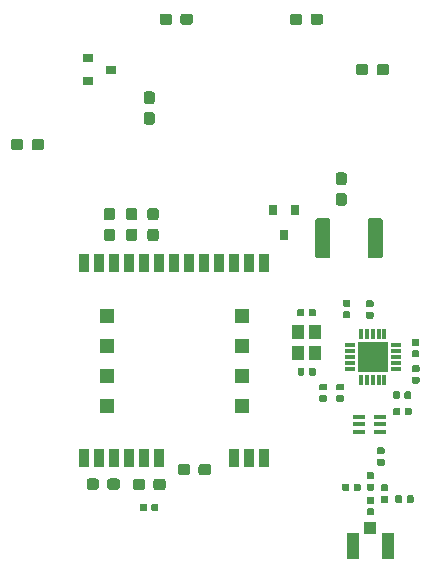
<source format=gtp>
G04 #@! TF.GenerationSoftware,KiCad,Pcbnew,(5.0.0)*
G04 #@! TF.CreationDate,2019-01-09T16:36:41-03:00*
G04 #@! TF.ProjectId,PCB_A,5043425F412E6B696361645F70636200,rev?*
G04 #@! TF.SameCoordinates,Original*
G04 #@! TF.FileFunction,Paste,Top*
G04 #@! TF.FilePolarity,Positive*
%FSLAX46Y46*%
G04 Gerber Fmt 4.6, Leading zero omitted, Abs format (unit mm)*
G04 Created by KiCad (PCBNEW (5.0.0)) date 01/09/19 16:36:41*
%MOMM*%
%LPD*%
G01*
G04 APERTURE LIST*
%ADD10C,0.100000*%
%ADD11C,1.300000*%
%ADD12C,0.590000*%
%ADD13R,0.900000X0.800000*%
%ADD14C,0.950000*%
%ADD15R,0.900000X1.500000*%
%ADD16R,1.270000X1.270000*%
%ADD17R,0.800000X0.900000*%
%ADD18R,1.000000X1.050000*%
%ADD19R,1.050000X2.200000*%
%ADD20R,0.300000X0.900000*%
%ADD21R,0.900000X0.300000*%
%ADD22R,2.500000X2.500000*%
%ADD23R,1.000000X0.350000*%
%ADD24R,1.000000X1.150000*%
G04 APERTURE END LIST*
D10*
G04 #@! TO.C,F1*
G36*
X11742704Y7642396D02*
X11766973Y7638796D01*
X11790771Y7632835D01*
X11813871Y7624570D01*
X11836049Y7614080D01*
X11857093Y7601467D01*
X11876798Y7586853D01*
X11894977Y7570377D01*
X11911453Y7552198D01*
X11926067Y7532493D01*
X11938680Y7511449D01*
X11949170Y7489271D01*
X11957435Y7466171D01*
X11963396Y7442373D01*
X11966996Y7418104D01*
X11968200Y7393600D01*
X11968200Y4493600D01*
X11966996Y4469096D01*
X11963396Y4444827D01*
X11957435Y4421029D01*
X11949170Y4397929D01*
X11938680Y4375751D01*
X11926067Y4354707D01*
X11911453Y4335002D01*
X11894977Y4316823D01*
X11876798Y4300347D01*
X11857093Y4285733D01*
X11836049Y4273120D01*
X11813871Y4262630D01*
X11790771Y4254365D01*
X11766973Y4248404D01*
X11742704Y4244804D01*
X11718200Y4243600D01*
X10918200Y4243600D01*
X10893696Y4244804D01*
X10869427Y4248404D01*
X10845629Y4254365D01*
X10822529Y4262630D01*
X10800351Y4273120D01*
X10779307Y4285733D01*
X10759602Y4300347D01*
X10741423Y4316823D01*
X10724947Y4335002D01*
X10710333Y4354707D01*
X10697720Y4375751D01*
X10687230Y4397929D01*
X10678965Y4421029D01*
X10673004Y4444827D01*
X10669404Y4469096D01*
X10668200Y4493600D01*
X10668200Y7393600D01*
X10669404Y7418104D01*
X10673004Y7442373D01*
X10678965Y7466171D01*
X10687230Y7489271D01*
X10697720Y7511449D01*
X10710333Y7532493D01*
X10724947Y7552198D01*
X10741423Y7570377D01*
X10759602Y7586853D01*
X10779307Y7601467D01*
X10800351Y7614080D01*
X10822529Y7624570D01*
X10845629Y7632835D01*
X10869427Y7638796D01*
X10893696Y7642396D01*
X10918200Y7643600D01*
X11718200Y7643600D01*
X11742704Y7642396D01*
X11742704Y7642396D01*
G37*
D11*
X11318200Y5943600D03*
D10*
G36*
X7292704Y7642396D02*
X7316973Y7638796D01*
X7340771Y7632835D01*
X7363871Y7624570D01*
X7386049Y7614080D01*
X7407093Y7601467D01*
X7426798Y7586853D01*
X7444977Y7570377D01*
X7461453Y7552198D01*
X7476067Y7532493D01*
X7488680Y7511449D01*
X7499170Y7489271D01*
X7507435Y7466171D01*
X7513396Y7442373D01*
X7516996Y7418104D01*
X7518200Y7393600D01*
X7518200Y4493600D01*
X7516996Y4469096D01*
X7513396Y4444827D01*
X7507435Y4421029D01*
X7499170Y4397929D01*
X7488680Y4375751D01*
X7476067Y4354707D01*
X7461453Y4335002D01*
X7444977Y4316823D01*
X7426798Y4300347D01*
X7407093Y4285733D01*
X7386049Y4273120D01*
X7363871Y4262630D01*
X7340771Y4254365D01*
X7316973Y4248404D01*
X7292704Y4244804D01*
X7268200Y4243600D01*
X6468200Y4243600D01*
X6443696Y4244804D01*
X6419427Y4248404D01*
X6395629Y4254365D01*
X6372529Y4262630D01*
X6350351Y4273120D01*
X6329307Y4285733D01*
X6309602Y4300347D01*
X6291423Y4316823D01*
X6274947Y4335002D01*
X6260333Y4354707D01*
X6247720Y4375751D01*
X6237230Y4397929D01*
X6228965Y4421029D01*
X6223004Y4444827D01*
X6219404Y4469096D01*
X6218200Y4493600D01*
X6218200Y7393600D01*
X6219404Y7418104D01*
X6223004Y7442373D01*
X6228965Y7466171D01*
X6237230Y7489271D01*
X6247720Y7511449D01*
X6260333Y7532493D01*
X6274947Y7552198D01*
X6291423Y7570377D01*
X6309602Y7586853D01*
X6329307Y7601467D01*
X6350351Y7614080D01*
X6372529Y7624570D01*
X6395629Y7632835D01*
X6419427Y7638796D01*
X6443696Y7642396D01*
X6468200Y7643600D01*
X7268200Y7643600D01*
X7292704Y7642396D01*
X7292704Y7642396D01*
G37*
D11*
X6868200Y5943600D03*
G04 #@! TD*
D10*
G04 #@! TO.C,C15*
G36*
X11972558Y-12738310D02*
X11986876Y-12740434D01*
X12000917Y-12743951D01*
X12014546Y-12748828D01*
X12027631Y-12755017D01*
X12040047Y-12762458D01*
X12051673Y-12771081D01*
X12062398Y-12780802D01*
X12072119Y-12791527D01*
X12080742Y-12803153D01*
X12088183Y-12815569D01*
X12094372Y-12828654D01*
X12099249Y-12842283D01*
X12102766Y-12856324D01*
X12104890Y-12870642D01*
X12105600Y-12885100D01*
X12105600Y-13180100D01*
X12104890Y-13194558D01*
X12102766Y-13208876D01*
X12099249Y-13222917D01*
X12094372Y-13236546D01*
X12088183Y-13249631D01*
X12080742Y-13262047D01*
X12072119Y-13273673D01*
X12062398Y-13284398D01*
X12051673Y-13294119D01*
X12040047Y-13302742D01*
X12027631Y-13310183D01*
X12014546Y-13316372D01*
X12000917Y-13321249D01*
X11986876Y-13324766D01*
X11972558Y-13326890D01*
X11958100Y-13327600D01*
X11613100Y-13327600D01*
X11598642Y-13326890D01*
X11584324Y-13324766D01*
X11570283Y-13321249D01*
X11556654Y-13316372D01*
X11543569Y-13310183D01*
X11531153Y-13302742D01*
X11519527Y-13294119D01*
X11508802Y-13284398D01*
X11499081Y-13273673D01*
X11490458Y-13262047D01*
X11483017Y-13249631D01*
X11476828Y-13236546D01*
X11471951Y-13222917D01*
X11468434Y-13208876D01*
X11466310Y-13194558D01*
X11465600Y-13180100D01*
X11465600Y-12885100D01*
X11466310Y-12870642D01*
X11468434Y-12856324D01*
X11471951Y-12842283D01*
X11476828Y-12828654D01*
X11483017Y-12815569D01*
X11490458Y-12803153D01*
X11499081Y-12791527D01*
X11508802Y-12780802D01*
X11519527Y-12771081D01*
X11531153Y-12762458D01*
X11543569Y-12755017D01*
X11556654Y-12748828D01*
X11570283Y-12743951D01*
X11584324Y-12740434D01*
X11598642Y-12738310D01*
X11613100Y-12737600D01*
X11958100Y-12737600D01*
X11972558Y-12738310D01*
X11972558Y-12738310D01*
G37*
D12*
X11785600Y-13032600D03*
D10*
G36*
X11972558Y-11768310D02*
X11986876Y-11770434D01*
X12000917Y-11773951D01*
X12014546Y-11778828D01*
X12027631Y-11785017D01*
X12040047Y-11792458D01*
X12051673Y-11801081D01*
X12062398Y-11810802D01*
X12072119Y-11821527D01*
X12080742Y-11833153D01*
X12088183Y-11845569D01*
X12094372Y-11858654D01*
X12099249Y-11872283D01*
X12102766Y-11886324D01*
X12104890Y-11900642D01*
X12105600Y-11915100D01*
X12105600Y-12210100D01*
X12104890Y-12224558D01*
X12102766Y-12238876D01*
X12099249Y-12252917D01*
X12094372Y-12266546D01*
X12088183Y-12279631D01*
X12080742Y-12292047D01*
X12072119Y-12303673D01*
X12062398Y-12314398D01*
X12051673Y-12324119D01*
X12040047Y-12332742D01*
X12027631Y-12340183D01*
X12014546Y-12346372D01*
X12000917Y-12351249D01*
X11986876Y-12354766D01*
X11972558Y-12356890D01*
X11958100Y-12357600D01*
X11613100Y-12357600D01*
X11598642Y-12356890D01*
X11584324Y-12354766D01*
X11570283Y-12351249D01*
X11556654Y-12346372D01*
X11543569Y-12340183D01*
X11531153Y-12332742D01*
X11519527Y-12324119D01*
X11508802Y-12314398D01*
X11499081Y-12303673D01*
X11490458Y-12292047D01*
X11483017Y-12279631D01*
X11476828Y-12266546D01*
X11471951Y-12252917D01*
X11468434Y-12238876D01*
X11466310Y-12224558D01*
X11465600Y-12210100D01*
X11465600Y-11915100D01*
X11466310Y-11900642D01*
X11468434Y-11886324D01*
X11471951Y-11872283D01*
X11476828Y-11858654D01*
X11483017Y-11845569D01*
X11490458Y-11833153D01*
X11499081Y-11821527D01*
X11508802Y-11810802D01*
X11519527Y-11801081D01*
X11531153Y-11792458D01*
X11543569Y-11785017D01*
X11556654Y-11778828D01*
X11570283Y-11773951D01*
X11584324Y-11770434D01*
X11598642Y-11768310D01*
X11613100Y-11767600D01*
X11958100Y-11767600D01*
X11972558Y-11768310D01*
X11972558Y-11768310D01*
G37*
D12*
X11785600Y-12062600D03*
G04 #@! TD*
D13*
G04 #@! TO.C,Q2*
X-13039600Y21168400D03*
X-13039600Y19268400D03*
X-11039600Y20218400D03*
G04 #@! TD*
D10*
G04 #@! TO.C,R11*
G36*
X-7562421Y18366056D02*
X-7539366Y18362637D01*
X-7516757Y18356973D01*
X-7494813Y18349121D01*
X-7473743Y18339156D01*
X-7453752Y18327174D01*
X-7435032Y18313290D01*
X-7417762Y18297638D01*
X-7402110Y18280368D01*
X-7388226Y18261648D01*
X-7376244Y18241657D01*
X-7366279Y18220587D01*
X-7358427Y18198643D01*
X-7352763Y18176034D01*
X-7349344Y18152979D01*
X-7348200Y18129700D01*
X-7348200Y17554700D01*
X-7349344Y17531421D01*
X-7352763Y17508366D01*
X-7358427Y17485757D01*
X-7366279Y17463813D01*
X-7376244Y17442743D01*
X-7388226Y17422752D01*
X-7402110Y17404032D01*
X-7417762Y17386762D01*
X-7435032Y17371110D01*
X-7453752Y17357226D01*
X-7473743Y17345244D01*
X-7494813Y17335279D01*
X-7516757Y17327427D01*
X-7539366Y17321763D01*
X-7562421Y17318344D01*
X-7585700Y17317200D01*
X-8060700Y17317200D01*
X-8083979Y17318344D01*
X-8107034Y17321763D01*
X-8129643Y17327427D01*
X-8151587Y17335279D01*
X-8172657Y17345244D01*
X-8192648Y17357226D01*
X-8211368Y17371110D01*
X-8228638Y17386762D01*
X-8244290Y17404032D01*
X-8258174Y17422752D01*
X-8270156Y17442743D01*
X-8280121Y17463813D01*
X-8287973Y17485757D01*
X-8293637Y17508366D01*
X-8297056Y17531421D01*
X-8298200Y17554700D01*
X-8298200Y18129700D01*
X-8297056Y18152979D01*
X-8293637Y18176034D01*
X-8287973Y18198643D01*
X-8280121Y18220587D01*
X-8270156Y18241657D01*
X-8258174Y18261648D01*
X-8244290Y18280368D01*
X-8228638Y18297638D01*
X-8211368Y18313290D01*
X-8192648Y18327174D01*
X-8172657Y18339156D01*
X-8151587Y18349121D01*
X-8129643Y18356973D01*
X-8107034Y18362637D01*
X-8083979Y18366056D01*
X-8060700Y18367200D01*
X-7585700Y18367200D01*
X-7562421Y18366056D01*
X-7562421Y18366056D01*
G37*
D14*
X-7823200Y17842200D03*
D10*
G36*
X-7562421Y16616056D02*
X-7539366Y16612637D01*
X-7516757Y16606973D01*
X-7494813Y16599121D01*
X-7473743Y16589156D01*
X-7453752Y16577174D01*
X-7435032Y16563290D01*
X-7417762Y16547638D01*
X-7402110Y16530368D01*
X-7388226Y16511648D01*
X-7376244Y16491657D01*
X-7366279Y16470587D01*
X-7358427Y16448643D01*
X-7352763Y16426034D01*
X-7349344Y16402979D01*
X-7348200Y16379700D01*
X-7348200Y15804700D01*
X-7349344Y15781421D01*
X-7352763Y15758366D01*
X-7358427Y15735757D01*
X-7366279Y15713813D01*
X-7376244Y15692743D01*
X-7388226Y15672752D01*
X-7402110Y15654032D01*
X-7417762Y15636762D01*
X-7435032Y15621110D01*
X-7453752Y15607226D01*
X-7473743Y15595244D01*
X-7494813Y15585279D01*
X-7516757Y15577427D01*
X-7539366Y15571763D01*
X-7562421Y15568344D01*
X-7585700Y15567200D01*
X-8060700Y15567200D01*
X-8083979Y15568344D01*
X-8107034Y15571763D01*
X-8129643Y15577427D01*
X-8151587Y15585279D01*
X-8172657Y15595244D01*
X-8192648Y15607226D01*
X-8211368Y15621110D01*
X-8228638Y15636762D01*
X-8244290Y15654032D01*
X-8258174Y15672752D01*
X-8270156Y15692743D01*
X-8280121Y15713813D01*
X-8287973Y15735757D01*
X-8293637Y15758366D01*
X-8297056Y15781421D01*
X-8298200Y15804700D01*
X-8298200Y16379700D01*
X-8297056Y16402979D01*
X-8293637Y16426034D01*
X-8287973Y16448643D01*
X-8280121Y16470587D01*
X-8270156Y16491657D01*
X-8258174Y16511648D01*
X-8244290Y16530368D01*
X-8228638Y16547638D01*
X-8211368Y16563290D01*
X-8192648Y16577174D01*
X-8172657Y16589156D01*
X-8151587Y16599121D01*
X-8129643Y16606973D01*
X-8107034Y16612637D01*
X-8083979Y16616056D01*
X-8060700Y16617200D01*
X-7585700Y16617200D01*
X-7562421Y16616056D01*
X-7562421Y16616056D01*
G37*
D14*
X-7823200Y16092200D03*
G04 #@! TD*
D10*
G04 #@! TO.C,C2*
G36*
X-7178042Y-16530710D02*
X-7163724Y-16532834D01*
X-7149683Y-16536351D01*
X-7136054Y-16541228D01*
X-7122969Y-16547417D01*
X-7110553Y-16554858D01*
X-7098927Y-16563481D01*
X-7088202Y-16573202D01*
X-7078481Y-16583927D01*
X-7069858Y-16595553D01*
X-7062417Y-16607969D01*
X-7056228Y-16621054D01*
X-7051351Y-16634683D01*
X-7047834Y-16648724D01*
X-7045710Y-16663042D01*
X-7045000Y-16677500D01*
X-7045000Y-17022500D01*
X-7045710Y-17036958D01*
X-7047834Y-17051276D01*
X-7051351Y-17065317D01*
X-7056228Y-17078946D01*
X-7062417Y-17092031D01*
X-7069858Y-17104447D01*
X-7078481Y-17116073D01*
X-7088202Y-17126798D01*
X-7098927Y-17136519D01*
X-7110553Y-17145142D01*
X-7122969Y-17152583D01*
X-7136054Y-17158772D01*
X-7149683Y-17163649D01*
X-7163724Y-17167166D01*
X-7178042Y-17169290D01*
X-7192500Y-17170000D01*
X-7487500Y-17170000D01*
X-7501958Y-17169290D01*
X-7516276Y-17167166D01*
X-7530317Y-17163649D01*
X-7543946Y-17158772D01*
X-7557031Y-17152583D01*
X-7569447Y-17145142D01*
X-7581073Y-17136519D01*
X-7591798Y-17126798D01*
X-7601519Y-17116073D01*
X-7610142Y-17104447D01*
X-7617583Y-17092031D01*
X-7623772Y-17078946D01*
X-7628649Y-17065317D01*
X-7632166Y-17051276D01*
X-7634290Y-17036958D01*
X-7635000Y-17022500D01*
X-7635000Y-16677500D01*
X-7634290Y-16663042D01*
X-7632166Y-16648724D01*
X-7628649Y-16634683D01*
X-7623772Y-16621054D01*
X-7617583Y-16607969D01*
X-7610142Y-16595553D01*
X-7601519Y-16583927D01*
X-7591798Y-16573202D01*
X-7581073Y-16563481D01*
X-7569447Y-16554858D01*
X-7557031Y-16547417D01*
X-7543946Y-16541228D01*
X-7530317Y-16536351D01*
X-7516276Y-16532834D01*
X-7501958Y-16530710D01*
X-7487500Y-16530000D01*
X-7192500Y-16530000D01*
X-7178042Y-16530710D01*
X-7178042Y-16530710D01*
G37*
D12*
X-7340000Y-16850000D03*
D10*
G36*
X-8148042Y-16530710D02*
X-8133724Y-16532834D01*
X-8119683Y-16536351D01*
X-8106054Y-16541228D01*
X-8092969Y-16547417D01*
X-8080553Y-16554858D01*
X-8068927Y-16563481D01*
X-8058202Y-16573202D01*
X-8048481Y-16583927D01*
X-8039858Y-16595553D01*
X-8032417Y-16607969D01*
X-8026228Y-16621054D01*
X-8021351Y-16634683D01*
X-8017834Y-16648724D01*
X-8015710Y-16663042D01*
X-8015000Y-16677500D01*
X-8015000Y-17022500D01*
X-8015710Y-17036958D01*
X-8017834Y-17051276D01*
X-8021351Y-17065317D01*
X-8026228Y-17078946D01*
X-8032417Y-17092031D01*
X-8039858Y-17104447D01*
X-8048481Y-17116073D01*
X-8058202Y-17126798D01*
X-8068927Y-17136519D01*
X-8080553Y-17145142D01*
X-8092969Y-17152583D01*
X-8106054Y-17158772D01*
X-8119683Y-17163649D01*
X-8133724Y-17167166D01*
X-8148042Y-17169290D01*
X-8162500Y-17170000D01*
X-8457500Y-17170000D01*
X-8471958Y-17169290D01*
X-8486276Y-17167166D01*
X-8500317Y-17163649D01*
X-8513946Y-17158772D01*
X-8527031Y-17152583D01*
X-8539447Y-17145142D01*
X-8551073Y-17136519D01*
X-8561798Y-17126798D01*
X-8571519Y-17116073D01*
X-8580142Y-17104447D01*
X-8587583Y-17092031D01*
X-8593772Y-17078946D01*
X-8598649Y-17065317D01*
X-8602166Y-17051276D01*
X-8604290Y-17036958D01*
X-8605000Y-17022500D01*
X-8605000Y-16677500D01*
X-8604290Y-16663042D01*
X-8602166Y-16648724D01*
X-8598649Y-16634683D01*
X-8593772Y-16621054D01*
X-8587583Y-16607969D01*
X-8580142Y-16595553D01*
X-8571519Y-16583927D01*
X-8561798Y-16573202D01*
X-8551073Y-16563481D01*
X-8539447Y-16554858D01*
X-8527031Y-16547417D01*
X-8513946Y-16541228D01*
X-8500317Y-16536351D01*
X-8486276Y-16532834D01*
X-8471958Y-16530710D01*
X-8457500Y-16530000D01*
X-8162500Y-16530000D01*
X-8148042Y-16530710D01*
X-8148042Y-16530710D01*
G37*
D12*
X-8310000Y-16850000D03*
G04 #@! TD*
D15*
G04 #@! TO.C,U1*
X-13310000Y-12700000D03*
X-12040000Y-12700000D03*
X-10770000Y-12700000D03*
X-9500000Y-12700000D03*
X-8230000Y-12700000D03*
X-6960000Y-12700000D03*
X1930000Y-12700000D03*
X-610000Y-12700000D03*
X660000Y-12700000D03*
X1930000Y3810000D03*
X660000Y3810000D03*
X-610000Y3810000D03*
X-1880000Y3810000D03*
X-3150000Y3810000D03*
X-4420000Y3810000D03*
X-5690000Y3810000D03*
X-6960000Y3810000D03*
X-8230000Y3810000D03*
X-9500000Y3810000D03*
X-10770000Y3810000D03*
X-12040000Y3810000D03*
X-13310000Y3810000D03*
D16*
X25000Y-8255000D03*
X25000Y-5715000D03*
X25000Y-3175000D03*
X25000Y-635000D03*
X-11405000Y-635000D03*
X-11405000Y-3175000D03*
X-11405000Y-5715000D03*
X-11405000Y-8255000D03*
G04 #@! TD*
D10*
G04 #@! TO.C,C1*
G36*
X8693579Y9758056D02*
X8716634Y9754637D01*
X8739243Y9748973D01*
X8761187Y9741121D01*
X8782257Y9731156D01*
X8802248Y9719174D01*
X8820968Y9705290D01*
X8838238Y9689638D01*
X8853890Y9672368D01*
X8867774Y9653648D01*
X8879756Y9633657D01*
X8889721Y9612587D01*
X8897573Y9590643D01*
X8903237Y9568034D01*
X8906656Y9544979D01*
X8907800Y9521700D01*
X8907800Y8946700D01*
X8906656Y8923421D01*
X8903237Y8900366D01*
X8897573Y8877757D01*
X8889721Y8855813D01*
X8879756Y8834743D01*
X8867774Y8814752D01*
X8853890Y8796032D01*
X8838238Y8778762D01*
X8820968Y8763110D01*
X8802248Y8749226D01*
X8782257Y8737244D01*
X8761187Y8727279D01*
X8739243Y8719427D01*
X8716634Y8713763D01*
X8693579Y8710344D01*
X8670300Y8709200D01*
X8195300Y8709200D01*
X8172021Y8710344D01*
X8148966Y8713763D01*
X8126357Y8719427D01*
X8104413Y8727279D01*
X8083343Y8737244D01*
X8063352Y8749226D01*
X8044632Y8763110D01*
X8027362Y8778762D01*
X8011710Y8796032D01*
X7997826Y8814752D01*
X7985844Y8834743D01*
X7975879Y8855813D01*
X7968027Y8877757D01*
X7962363Y8900366D01*
X7958944Y8923421D01*
X7957800Y8946700D01*
X7957800Y9521700D01*
X7958944Y9544979D01*
X7962363Y9568034D01*
X7968027Y9590643D01*
X7975879Y9612587D01*
X7985844Y9633657D01*
X7997826Y9653648D01*
X8011710Y9672368D01*
X8027362Y9689638D01*
X8044632Y9705290D01*
X8063352Y9719174D01*
X8083343Y9731156D01*
X8104413Y9741121D01*
X8126357Y9748973D01*
X8148966Y9754637D01*
X8172021Y9758056D01*
X8195300Y9759200D01*
X8670300Y9759200D01*
X8693579Y9758056D01*
X8693579Y9758056D01*
G37*
D14*
X8432800Y9234200D03*
D10*
G36*
X8693579Y11508056D02*
X8716634Y11504637D01*
X8739243Y11498973D01*
X8761187Y11491121D01*
X8782257Y11481156D01*
X8802248Y11469174D01*
X8820968Y11455290D01*
X8838238Y11439638D01*
X8853890Y11422368D01*
X8867774Y11403648D01*
X8879756Y11383657D01*
X8889721Y11362587D01*
X8897573Y11340643D01*
X8903237Y11318034D01*
X8906656Y11294979D01*
X8907800Y11271700D01*
X8907800Y10696700D01*
X8906656Y10673421D01*
X8903237Y10650366D01*
X8897573Y10627757D01*
X8889721Y10605813D01*
X8879756Y10584743D01*
X8867774Y10564752D01*
X8853890Y10546032D01*
X8838238Y10528762D01*
X8820968Y10513110D01*
X8802248Y10499226D01*
X8782257Y10487244D01*
X8761187Y10477279D01*
X8739243Y10469427D01*
X8716634Y10463763D01*
X8693579Y10460344D01*
X8670300Y10459200D01*
X8195300Y10459200D01*
X8172021Y10460344D01*
X8148966Y10463763D01*
X8126357Y10469427D01*
X8104413Y10477279D01*
X8083343Y10487244D01*
X8063352Y10499226D01*
X8044632Y10513110D01*
X8027362Y10528762D01*
X8011710Y10546032D01*
X7997826Y10564752D01*
X7985844Y10584743D01*
X7975879Y10605813D01*
X7968027Y10627757D01*
X7962363Y10650366D01*
X7958944Y10673421D01*
X7957800Y10696700D01*
X7957800Y11271700D01*
X7958944Y11294979D01*
X7962363Y11318034D01*
X7968027Y11340643D01*
X7975879Y11362587D01*
X7985844Y11383657D01*
X7997826Y11403648D01*
X8011710Y11422368D01*
X8027362Y11439638D01*
X8044632Y11455290D01*
X8063352Y11469174D01*
X8083343Y11481156D01*
X8104413Y11491121D01*
X8126357Y11498973D01*
X8148966Y11504637D01*
X8172021Y11508056D01*
X8195300Y11509200D01*
X8670300Y11509200D01*
X8693579Y11508056D01*
X8693579Y11508056D01*
G37*
D14*
X8432800Y10984200D03*
G04 #@! TD*
D10*
G04 #@! TO.C,C3*
G36*
X-8389221Y-14426144D02*
X-8366166Y-14429563D01*
X-8343557Y-14435227D01*
X-8321613Y-14443079D01*
X-8300543Y-14453044D01*
X-8280552Y-14465026D01*
X-8261832Y-14478910D01*
X-8244562Y-14494562D01*
X-8228910Y-14511832D01*
X-8215026Y-14530552D01*
X-8203044Y-14550543D01*
X-8193079Y-14571613D01*
X-8185227Y-14593557D01*
X-8179563Y-14616166D01*
X-8176144Y-14639221D01*
X-8175000Y-14662500D01*
X-8175000Y-15137500D01*
X-8176144Y-15160779D01*
X-8179563Y-15183834D01*
X-8185227Y-15206443D01*
X-8193079Y-15228387D01*
X-8203044Y-15249457D01*
X-8215026Y-15269448D01*
X-8228910Y-15288168D01*
X-8244562Y-15305438D01*
X-8261832Y-15321090D01*
X-8280552Y-15334974D01*
X-8300543Y-15346956D01*
X-8321613Y-15356921D01*
X-8343557Y-15364773D01*
X-8366166Y-15370437D01*
X-8389221Y-15373856D01*
X-8412500Y-15375000D01*
X-8987500Y-15375000D01*
X-9010779Y-15373856D01*
X-9033834Y-15370437D01*
X-9056443Y-15364773D01*
X-9078387Y-15356921D01*
X-9099457Y-15346956D01*
X-9119448Y-15334974D01*
X-9138168Y-15321090D01*
X-9155438Y-15305438D01*
X-9171090Y-15288168D01*
X-9184974Y-15269448D01*
X-9196956Y-15249457D01*
X-9206921Y-15228387D01*
X-9214773Y-15206443D01*
X-9220437Y-15183834D01*
X-9223856Y-15160779D01*
X-9225000Y-15137500D01*
X-9225000Y-14662500D01*
X-9223856Y-14639221D01*
X-9220437Y-14616166D01*
X-9214773Y-14593557D01*
X-9206921Y-14571613D01*
X-9196956Y-14550543D01*
X-9184974Y-14530552D01*
X-9171090Y-14511832D01*
X-9155438Y-14494562D01*
X-9138168Y-14478910D01*
X-9119448Y-14465026D01*
X-9099457Y-14453044D01*
X-9078387Y-14443079D01*
X-9056443Y-14435227D01*
X-9033834Y-14429563D01*
X-9010779Y-14426144D01*
X-8987500Y-14425000D01*
X-8412500Y-14425000D01*
X-8389221Y-14426144D01*
X-8389221Y-14426144D01*
G37*
D14*
X-8700000Y-14900000D03*
D10*
G36*
X-6639221Y-14426144D02*
X-6616166Y-14429563D01*
X-6593557Y-14435227D01*
X-6571613Y-14443079D01*
X-6550543Y-14453044D01*
X-6530552Y-14465026D01*
X-6511832Y-14478910D01*
X-6494562Y-14494562D01*
X-6478910Y-14511832D01*
X-6465026Y-14530552D01*
X-6453044Y-14550543D01*
X-6443079Y-14571613D01*
X-6435227Y-14593557D01*
X-6429563Y-14616166D01*
X-6426144Y-14639221D01*
X-6425000Y-14662500D01*
X-6425000Y-15137500D01*
X-6426144Y-15160779D01*
X-6429563Y-15183834D01*
X-6435227Y-15206443D01*
X-6443079Y-15228387D01*
X-6453044Y-15249457D01*
X-6465026Y-15269448D01*
X-6478910Y-15288168D01*
X-6494562Y-15305438D01*
X-6511832Y-15321090D01*
X-6530552Y-15334974D01*
X-6550543Y-15346956D01*
X-6571613Y-15356921D01*
X-6593557Y-15364773D01*
X-6616166Y-15370437D01*
X-6639221Y-15373856D01*
X-6662500Y-15375000D01*
X-7237500Y-15375000D01*
X-7260779Y-15373856D01*
X-7283834Y-15370437D01*
X-7306443Y-15364773D01*
X-7328387Y-15356921D01*
X-7349457Y-15346956D01*
X-7369448Y-15334974D01*
X-7388168Y-15321090D01*
X-7405438Y-15305438D01*
X-7421090Y-15288168D01*
X-7434974Y-15269448D01*
X-7446956Y-15249457D01*
X-7456921Y-15228387D01*
X-7464773Y-15206443D01*
X-7470437Y-15183834D01*
X-7473856Y-15160779D01*
X-7475000Y-15137500D01*
X-7475000Y-14662500D01*
X-7473856Y-14639221D01*
X-7470437Y-14616166D01*
X-7464773Y-14593557D01*
X-7456921Y-14571613D01*
X-7446956Y-14550543D01*
X-7434974Y-14530552D01*
X-7421090Y-14511832D01*
X-7405438Y-14494562D01*
X-7388168Y-14478910D01*
X-7369448Y-14465026D01*
X-7349457Y-14453044D01*
X-7328387Y-14443079D01*
X-7306443Y-14435227D01*
X-7283834Y-14429563D01*
X-7260779Y-14426144D01*
X-7237500Y-14425000D01*
X-6662500Y-14425000D01*
X-6639221Y-14426144D01*
X-6639221Y-14426144D01*
G37*
D14*
X-6950000Y-14900000D03*
G04 #@! TD*
D10*
G04 #@! TO.C,D1*
G36*
X-4351421Y24959456D02*
X-4328366Y24956037D01*
X-4305757Y24950373D01*
X-4283813Y24942521D01*
X-4262743Y24932556D01*
X-4242752Y24920574D01*
X-4224032Y24906690D01*
X-4206762Y24891038D01*
X-4191110Y24873768D01*
X-4177226Y24855048D01*
X-4165244Y24835057D01*
X-4155279Y24813987D01*
X-4147427Y24792043D01*
X-4141763Y24769434D01*
X-4138344Y24746379D01*
X-4137200Y24723100D01*
X-4137200Y24248100D01*
X-4138344Y24224821D01*
X-4141763Y24201766D01*
X-4147427Y24179157D01*
X-4155279Y24157213D01*
X-4165244Y24136143D01*
X-4177226Y24116152D01*
X-4191110Y24097432D01*
X-4206762Y24080162D01*
X-4224032Y24064510D01*
X-4242752Y24050626D01*
X-4262743Y24038644D01*
X-4283813Y24028679D01*
X-4305757Y24020827D01*
X-4328366Y24015163D01*
X-4351421Y24011744D01*
X-4374700Y24010600D01*
X-4949700Y24010600D01*
X-4972979Y24011744D01*
X-4996034Y24015163D01*
X-5018643Y24020827D01*
X-5040587Y24028679D01*
X-5061657Y24038644D01*
X-5081648Y24050626D01*
X-5100368Y24064510D01*
X-5117638Y24080162D01*
X-5133290Y24097432D01*
X-5147174Y24116152D01*
X-5159156Y24136143D01*
X-5169121Y24157213D01*
X-5176973Y24179157D01*
X-5182637Y24201766D01*
X-5186056Y24224821D01*
X-5187200Y24248100D01*
X-5187200Y24723100D01*
X-5186056Y24746379D01*
X-5182637Y24769434D01*
X-5176973Y24792043D01*
X-5169121Y24813987D01*
X-5159156Y24835057D01*
X-5147174Y24855048D01*
X-5133290Y24873768D01*
X-5117638Y24891038D01*
X-5100368Y24906690D01*
X-5081648Y24920574D01*
X-5061657Y24932556D01*
X-5040587Y24942521D01*
X-5018643Y24950373D01*
X-4996034Y24956037D01*
X-4972979Y24959456D01*
X-4949700Y24960600D01*
X-4374700Y24960600D01*
X-4351421Y24959456D01*
X-4351421Y24959456D01*
G37*
D14*
X-4662200Y24485600D03*
D10*
G36*
X-6101421Y24959456D02*
X-6078366Y24956037D01*
X-6055757Y24950373D01*
X-6033813Y24942521D01*
X-6012743Y24932556D01*
X-5992752Y24920574D01*
X-5974032Y24906690D01*
X-5956762Y24891038D01*
X-5941110Y24873768D01*
X-5927226Y24855048D01*
X-5915244Y24835057D01*
X-5905279Y24813987D01*
X-5897427Y24792043D01*
X-5891763Y24769434D01*
X-5888344Y24746379D01*
X-5887200Y24723100D01*
X-5887200Y24248100D01*
X-5888344Y24224821D01*
X-5891763Y24201766D01*
X-5897427Y24179157D01*
X-5905279Y24157213D01*
X-5915244Y24136143D01*
X-5927226Y24116152D01*
X-5941110Y24097432D01*
X-5956762Y24080162D01*
X-5974032Y24064510D01*
X-5992752Y24050626D01*
X-6012743Y24038644D01*
X-6033813Y24028679D01*
X-6055757Y24020827D01*
X-6078366Y24015163D01*
X-6101421Y24011744D01*
X-6124700Y24010600D01*
X-6699700Y24010600D01*
X-6722979Y24011744D01*
X-6746034Y24015163D01*
X-6768643Y24020827D01*
X-6790587Y24028679D01*
X-6811657Y24038644D01*
X-6831648Y24050626D01*
X-6850368Y24064510D01*
X-6867638Y24080162D01*
X-6883290Y24097432D01*
X-6897174Y24116152D01*
X-6909156Y24136143D01*
X-6919121Y24157213D01*
X-6926973Y24179157D01*
X-6932637Y24201766D01*
X-6936056Y24224821D01*
X-6937200Y24248100D01*
X-6937200Y24723100D01*
X-6936056Y24746379D01*
X-6932637Y24769434D01*
X-6926973Y24792043D01*
X-6919121Y24813987D01*
X-6909156Y24835057D01*
X-6897174Y24855048D01*
X-6883290Y24873768D01*
X-6867638Y24891038D01*
X-6850368Y24906690D01*
X-6831648Y24920574D01*
X-6811657Y24932556D01*
X-6790587Y24942521D01*
X-6768643Y24950373D01*
X-6746034Y24956037D01*
X-6722979Y24959456D01*
X-6699700Y24960600D01*
X-6124700Y24960600D01*
X-6101421Y24959456D01*
X-6101421Y24959456D01*
G37*
D14*
X-6412200Y24485600D03*
G04 #@! TD*
D10*
G04 #@! TO.C,D2*
G36*
X4922179Y24959456D02*
X4945234Y24956037D01*
X4967843Y24950373D01*
X4989787Y24942521D01*
X5010857Y24932556D01*
X5030848Y24920574D01*
X5049568Y24906690D01*
X5066838Y24891038D01*
X5082490Y24873768D01*
X5096374Y24855048D01*
X5108356Y24835057D01*
X5118321Y24813987D01*
X5126173Y24792043D01*
X5131837Y24769434D01*
X5135256Y24746379D01*
X5136400Y24723100D01*
X5136400Y24248100D01*
X5135256Y24224821D01*
X5131837Y24201766D01*
X5126173Y24179157D01*
X5118321Y24157213D01*
X5108356Y24136143D01*
X5096374Y24116152D01*
X5082490Y24097432D01*
X5066838Y24080162D01*
X5049568Y24064510D01*
X5030848Y24050626D01*
X5010857Y24038644D01*
X4989787Y24028679D01*
X4967843Y24020827D01*
X4945234Y24015163D01*
X4922179Y24011744D01*
X4898900Y24010600D01*
X4323900Y24010600D01*
X4300621Y24011744D01*
X4277566Y24015163D01*
X4254957Y24020827D01*
X4233013Y24028679D01*
X4211943Y24038644D01*
X4191952Y24050626D01*
X4173232Y24064510D01*
X4155962Y24080162D01*
X4140310Y24097432D01*
X4126426Y24116152D01*
X4114444Y24136143D01*
X4104479Y24157213D01*
X4096627Y24179157D01*
X4090963Y24201766D01*
X4087544Y24224821D01*
X4086400Y24248100D01*
X4086400Y24723100D01*
X4087544Y24746379D01*
X4090963Y24769434D01*
X4096627Y24792043D01*
X4104479Y24813987D01*
X4114444Y24835057D01*
X4126426Y24855048D01*
X4140310Y24873768D01*
X4155962Y24891038D01*
X4173232Y24906690D01*
X4191952Y24920574D01*
X4211943Y24932556D01*
X4233013Y24942521D01*
X4254957Y24950373D01*
X4277566Y24956037D01*
X4300621Y24959456D01*
X4323900Y24960600D01*
X4898900Y24960600D01*
X4922179Y24959456D01*
X4922179Y24959456D01*
G37*
D14*
X4611400Y24485600D03*
D10*
G36*
X6672179Y24959456D02*
X6695234Y24956037D01*
X6717843Y24950373D01*
X6739787Y24942521D01*
X6760857Y24932556D01*
X6780848Y24920574D01*
X6799568Y24906690D01*
X6816838Y24891038D01*
X6832490Y24873768D01*
X6846374Y24855048D01*
X6858356Y24835057D01*
X6868321Y24813987D01*
X6876173Y24792043D01*
X6881837Y24769434D01*
X6885256Y24746379D01*
X6886400Y24723100D01*
X6886400Y24248100D01*
X6885256Y24224821D01*
X6881837Y24201766D01*
X6876173Y24179157D01*
X6868321Y24157213D01*
X6858356Y24136143D01*
X6846374Y24116152D01*
X6832490Y24097432D01*
X6816838Y24080162D01*
X6799568Y24064510D01*
X6780848Y24050626D01*
X6760857Y24038644D01*
X6739787Y24028679D01*
X6717843Y24020827D01*
X6695234Y24015163D01*
X6672179Y24011744D01*
X6648900Y24010600D01*
X6073900Y24010600D01*
X6050621Y24011744D01*
X6027566Y24015163D01*
X6004957Y24020827D01*
X5983013Y24028679D01*
X5961943Y24038644D01*
X5941952Y24050626D01*
X5923232Y24064510D01*
X5905962Y24080162D01*
X5890310Y24097432D01*
X5876426Y24116152D01*
X5864444Y24136143D01*
X5854479Y24157213D01*
X5846627Y24179157D01*
X5840963Y24201766D01*
X5837544Y24224821D01*
X5836400Y24248100D01*
X5836400Y24723100D01*
X5837544Y24746379D01*
X5840963Y24769434D01*
X5846627Y24792043D01*
X5854479Y24813987D01*
X5864444Y24835057D01*
X5876426Y24855048D01*
X5890310Y24873768D01*
X5905962Y24891038D01*
X5923232Y24906690D01*
X5941952Y24920574D01*
X5961943Y24932556D01*
X5983013Y24942521D01*
X6004957Y24950373D01*
X6027566Y24956037D01*
X6050621Y24959456D01*
X6073900Y24960600D01*
X6648900Y24960600D01*
X6672179Y24959456D01*
X6672179Y24959456D01*
G37*
D14*
X6361400Y24485600D03*
G04 #@! TD*
D17*
G04 #@! TO.C,Q1*
X4556800Y8314400D03*
X2656800Y8314400D03*
X3606800Y6214400D03*
G04 #@! TD*
D10*
G04 #@! TO.C,R1*
G36*
X-18699820Y14342256D02*
X-18676765Y14338837D01*
X-18654156Y14333173D01*
X-18632212Y14325321D01*
X-18611142Y14315356D01*
X-18591151Y14303374D01*
X-18572431Y14289490D01*
X-18555161Y14273838D01*
X-18539509Y14256568D01*
X-18525625Y14237848D01*
X-18513643Y14217857D01*
X-18503678Y14196787D01*
X-18495826Y14174843D01*
X-18490162Y14152234D01*
X-18486743Y14129179D01*
X-18485599Y14105900D01*
X-18485599Y13630900D01*
X-18486743Y13607621D01*
X-18490162Y13584566D01*
X-18495826Y13561957D01*
X-18503678Y13540013D01*
X-18513643Y13518943D01*
X-18525625Y13498952D01*
X-18539509Y13480232D01*
X-18555161Y13462962D01*
X-18572431Y13447310D01*
X-18591151Y13433426D01*
X-18611142Y13421444D01*
X-18632212Y13411479D01*
X-18654156Y13403627D01*
X-18676765Y13397963D01*
X-18699820Y13394544D01*
X-18723099Y13393400D01*
X-19298099Y13393400D01*
X-19321378Y13394544D01*
X-19344433Y13397963D01*
X-19367042Y13403627D01*
X-19388986Y13411479D01*
X-19410056Y13421444D01*
X-19430047Y13433426D01*
X-19448767Y13447310D01*
X-19466037Y13462962D01*
X-19481689Y13480232D01*
X-19495573Y13498952D01*
X-19507555Y13518943D01*
X-19517520Y13540013D01*
X-19525372Y13561957D01*
X-19531036Y13584566D01*
X-19534455Y13607621D01*
X-19535599Y13630900D01*
X-19535599Y14105900D01*
X-19534455Y14129179D01*
X-19531036Y14152234D01*
X-19525372Y14174843D01*
X-19517520Y14196787D01*
X-19507555Y14217857D01*
X-19495573Y14237848D01*
X-19481689Y14256568D01*
X-19466037Y14273838D01*
X-19448767Y14289490D01*
X-19430047Y14303374D01*
X-19410056Y14315356D01*
X-19388986Y14325321D01*
X-19367042Y14333173D01*
X-19344433Y14338837D01*
X-19321378Y14342256D01*
X-19298099Y14343400D01*
X-18723099Y14343400D01*
X-18699820Y14342256D01*
X-18699820Y14342256D01*
G37*
D14*
X-19010599Y13868400D03*
D10*
G36*
X-16949822Y14342256D02*
X-16926767Y14338837D01*
X-16904158Y14333173D01*
X-16882214Y14325321D01*
X-16861144Y14315356D01*
X-16841153Y14303374D01*
X-16822433Y14289490D01*
X-16805163Y14273838D01*
X-16789511Y14256568D01*
X-16775627Y14237848D01*
X-16763645Y14217857D01*
X-16753680Y14196787D01*
X-16745828Y14174843D01*
X-16740164Y14152234D01*
X-16736745Y14129179D01*
X-16735601Y14105900D01*
X-16735601Y13630900D01*
X-16736745Y13607621D01*
X-16740164Y13584566D01*
X-16745828Y13561957D01*
X-16753680Y13540013D01*
X-16763645Y13518943D01*
X-16775627Y13498952D01*
X-16789511Y13480232D01*
X-16805163Y13462962D01*
X-16822433Y13447310D01*
X-16841153Y13433426D01*
X-16861144Y13421444D01*
X-16882214Y13411479D01*
X-16904158Y13403627D01*
X-16926767Y13397963D01*
X-16949822Y13394544D01*
X-16973101Y13393400D01*
X-17548101Y13393400D01*
X-17571380Y13394544D01*
X-17594435Y13397963D01*
X-17617044Y13403627D01*
X-17638988Y13411479D01*
X-17660058Y13421444D01*
X-17680049Y13433426D01*
X-17698769Y13447310D01*
X-17716039Y13462962D01*
X-17731691Y13480232D01*
X-17745575Y13498952D01*
X-17757557Y13518943D01*
X-17767522Y13540013D01*
X-17775374Y13561957D01*
X-17781038Y13584566D01*
X-17784457Y13607621D01*
X-17785601Y13630900D01*
X-17785601Y14105900D01*
X-17784457Y14129179D01*
X-17781038Y14152234D01*
X-17775374Y14174843D01*
X-17767522Y14196787D01*
X-17757557Y14217857D01*
X-17745575Y14237848D01*
X-17731691Y14256568D01*
X-17716039Y14273838D01*
X-17698769Y14289490D01*
X-17680049Y14303374D01*
X-17660058Y14315356D01*
X-17638988Y14325321D01*
X-17617044Y14333173D01*
X-17594435Y14338837D01*
X-17571380Y14342256D01*
X-17548101Y14343400D01*
X-16973101Y14343400D01*
X-16949822Y14342256D01*
X-16949822Y14342256D01*
G37*
D14*
X-17260601Y13868400D03*
G04 #@! TD*
D10*
G04 #@! TO.C,R2*
G36*
X10510180Y20692256D02*
X10533235Y20688837D01*
X10555844Y20683173D01*
X10577788Y20675321D01*
X10598858Y20665356D01*
X10618849Y20653374D01*
X10637569Y20639490D01*
X10654839Y20623838D01*
X10670491Y20606568D01*
X10684375Y20587848D01*
X10696357Y20567857D01*
X10706322Y20546787D01*
X10714174Y20524843D01*
X10719838Y20502234D01*
X10723257Y20479179D01*
X10724401Y20455900D01*
X10724401Y19980900D01*
X10723257Y19957621D01*
X10719838Y19934566D01*
X10714174Y19911957D01*
X10706322Y19890013D01*
X10696357Y19868943D01*
X10684375Y19848952D01*
X10670491Y19830232D01*
X10654839Y19812962D01*
X10637569Y19797310D01*
X10618849Y19783426D01*
X10598858Y19771444D01*
X10577788Y19761479D01*
X10555844Y19753627D01*
X10533235Y19747963D01*
X10510180Y19744544D01*
X10486901Y19743400D01*
X9911901Y19743400D01*
X9888622Y19744544D01*
X9865567Y19747963D01*
X9842958Y19753627D01*
X9821014Y19761479D01*
X9799944Y19771444D01*
X9779953Y19783426D01*
X9761233Y19797310D01*
X9743963Y19812962D01*
X9728311Y19830232D01*
X9714427Y19848952D01*
X9702445Y19868943D01*
X9692480Y19890013D01*
X9684628Y19911957D01*
X9678964Y19934566D01*
X9675545Y19957621D01*
X9674401Y19980900D01*
X9674401Y20455900D01*
X9675545Y20479179D01*
X9678964Y20502234D01*
X9684628Y20524843D01*
X9692480Y20546787D01*
X9702445Y20567857D01*
X9714427Y20587848D01*
X9728311Y20606568D01*
X9743963Y20623838D01*
X9761233Y20639490D01*
X9779953Y20653374D01*
X9799944Y20665356D01*
X9821014Y20675321D01*
X9842958Y20683173D01*
X9865567Y20688837D01*
X9888622Y20692256D01*
X9911901Y20693400D01*
X10486901Y20693400D01*
X10510180Y20692256D01*
X10510180Y20692256D01*
G37*
D14*
X10199401Y20218400D03*
D10*
G36*
X12260178Y20692256D02*
X12283233Y20688837D01*
X12305842Y20683173D01*
X12327786Y20675321D01*
X12348856Y20665356D01*
X12368847Y20653374D01*
X12387567Y20639490D01*
X12404837Y20623838D01*
X12420489Y20606568D01*
X12434373Y20587848D01*
X12446355Y20567857D01*
X12456320Y20546787D01*
X12464172Y20524843D01*
X12469836Y20502234D01*
X12473255Y20479179D01*
X12474399Y20455900D01*
X12474399Y19980900D01*
X12473255Y19957621D01*
X12469836Y19934566D01*
X12464172Y19911957D01*
X12456320Y19890013D01*
X12446355Y19868943D01*
X12434373Y19848952D01*
X12420489Y19830232D01*
X12404837Y19812962D01*
X12387567Y19797310D01*
X12368847Y19783426D01*
X12348856Y19771444D01*
X12327786Y19761479D01*
X12305842Y19753627D01*
X12283233Y19747963D01*
X12260178Y19744544D01*
X12236899Y19743400D01*
X11661899Y19743400D01*
X11638620Y19744544D01*
X11615565Y19747963D01*
X11592956Y19753627D01*
X11571012Y19761479D01*
X11549942Y19771444D01*
X11529951Y19783426D01*
X11511231Y19797310D01*
X11493961Y19812962D01*
X11478309Y19830232D01*
X11464425Y19848952D01*
X11452443Y19868943D01*
X11442478Y19890013D01*
X11434626Y19911957D01*
X11428962Y19934566D01*
X11425543Y19957621D01*
X11424399Y19980900D01*
X11424399Y20455900D01*
X11425543Y20479179D01*
X11428962Y20502234D01*
X11434626Y20524843D01*
X11442478Y20546787D01*
X11452443Y20567857D01*
X11464425Y20587848D01*
X11478309Y20606568D01*
X11493961Y20623838D01*
X11511231Y20639490D01*
X11529951Y20653374D01*
X11549942Y20665356D01*
X11571012Y20675321D01*
X11592956Y20683173D01*
X11615565Y20688837D01*
X11638620Y20692256D01*
X11661899Y20693400D01*
X12236899Y20693400D01*
X12260178Y20692256D01*
X12260178Y20692256D01*
G37*
D14*
X11949399Y20218400D03*
G04 #@! TD*
D10*
G04 #@! TO.C,R3*
G36*
X-12289221Y-14401144D02*
X-12266166Y-14404563D01*
X-12243557Y-14410227D01*
X-12221613Y-14418079D01*
X-12200543Y-14428044D01*
X-12180552Y-14440026D01*
X-12161832Y-14453910D01*
X-12144562Y-14469562D01*
X-12128910Y-14486832D01*
X-12115026Y-14505552D01*
X-12103044Y-14525543D01*
X-12093079Y-14546613D01*
X-12085227Y-14568557D01*
X-12079563Y-14591166D01*
X-12076144Y-14614221D01*
X-12075000Y-14637500D01*
X-12075000Y-15112500D01*
X-12076144Y-15135779D01*
X-12079563Y-15158834D01*
X-12085227Y-15181443D01*
X-12093079Y-15203387D01*
X-12103044Y-15224457D01*
X-12115026Y-15244448D01*
X-12128910Y-15263168D01*
X-12144562Y-15280438D01*
X-12161832Y-15296090D01*
X-12180552Y-15309974D01*
X-12200543Y-15321956D01*
X-12221613Y-15331921D01*
X-12243557Y-15339773D01*
X-12266166Y-15345437D01*
X-12289221Y-15348856D01*
X-12312500Y-15350000D01*
X-12887500Y-15350000D01*
X-12910779Y-15348856D01*
X-12933834Y-15345437D01*
X-12956443Y-15339773D01*
X-12978387Y-15331921D01*
X-12999457Y-15321956D01*
X-13019448Y-15309974D01*
X-13038168Y-15296090D01*
X-13055438Y-15280438D01*
X-13071090Y-15263168D01*
X-13084974Y-15244448D01*
X-13096956Y-15224457D01*
X-13106921Y-15203387D01*
X-13114773Y-15181443D01*
X-13120437Y-15158834D01*
X-13123856Y-15135779D01*
X-13125000Y-15112500D01*
X-13125000Y-14637500D01*
X-13123856Y-14614221D01*
X-13120437Y-14591166D01*
X-13114773Y-14568557D01*
X-13106921Y-14546613D01*
X-13096956Y-14525543D01*
X-13084974Y-14505552D01*
X-13071090Y-14486832D01*
X-13055438Y-14469562D01*
X-13038168Y-14453910D01*
X-13019448Y-14440026D01*
X-12999457Y-14428044D01*
X-12978387Y-14418079D01*
X-12956443Y-14410227D01*
X-12933834Y-14404563D01*
X-12910779Y-14401144D01*
X-12887500Y-14400000D01*
X-12312500Y-14400000D01*
X-12289221Y-14401144D01*
X-12289221Y-14401144D01*
G37*
D14*
X-12600000Y-14875000D03*
D10*
G36*
X-10539221Y-14401144D02*
X-10516166Y-14404563D01*
X-10493557Y-14410227D01*
X-10471613Y-14418079D01*
X-10450543Y-14428044D01*
X-10430552Y-14440026D01*
X-10411832Y-14453910D01*
X-10394562Y-14469562D01*
X-10378910Y-14486832D01*
X-10365026Y-14505552D01*
X-10353044Y-14525543D01*
X-10343079Y-14546613D01*
X-10335227Y-14568557D01*
X-10329563Y-14591166D01*
X-10326144Y-14614221D01*
X-10325000Y-14637500D01*
X-10325000Y-15112500D01*
X-10326144Y-15135779D01*
X-10329563Y-15158834D01*
X-10335227Y-15181443D01*
X-10343079Y-15203387D01*
X-10353044Y-15224457D01*
X-10365026Y-15244448D01*
X-10378910Y-15263168D01*
X-10394562Y-15280438D01*
X-10411832Y-15296090D01*
X-10430552Y-15309974D01*
X-10450543Y-15321956D01*
X-10471613Y-15331921D01*
X-10493557Y-15339773D01*
X-10516166Y-15345437D01*
X-10539221Y-15348856D01*
X-10562500Y-15350000D01*
X-11137500Y-15350000D01*
X-11160779Y-15348856D01*
X-11183834Y-15345437D01*
X-11206443Y-15339773D01*
X-11228387Y-15331921D01*
X-11249457Y-15321956D01*
X-11269448Y-15309974D01*
X-11288168Y-15296090D01*
X-11305438Y-15280438D01*
X-11321090Y-15263168D01*
X-11334974Y-15244448D01*
X-11346956Y-15224457D01*
X-11356921Y-15203387D01*
X-11364773Y-15181443D01*
X-11370437Y-15158834D01*
X-11373856Y-15135779D01*
X-11375000Y-15112500D01*
X-11375000Y-14637500D01*
X-11373856Y-14614221D01*
X-11370437Y-14591166D01*
X-11364773Y-14568557D01*
X-11356921Y-14546613D01*
X-11346956Y-14525543D01*
X-11334974Y-14505552D01*
X-11321090Y-14486832D01*
X-11305438Y-14469562D01*
X-11288168Y-14453910D01*
X-11269448Y-14440026D01*
X-11249457Y-14428044D01*
X-11228387Y-14418079D01*
X-11206443Y-14410227D01*
X-11183834Y-14404563D01*
X-11160779Y-14401144D01*
X-11137500Y-14400000D01*
X-10562500Y-14400000D01*
X-10539221Y-14401144D01*
X-10539221Y-14401144D01*
G37*
D14*
X-10850000Y-14875000D03*
G04 #@! TD*
D10*
G04 #@! TO.C,R4*
G36*
X-4564221Y-13176144D02*
X-4541166Y-13179563D01*
X-4518557Y-13185227D01*
X-4496613Y-13193079D01*
X-4475543Y-13203044D01*
X-4455552Y-13215026D01*
X-4436832Y-13228910D01*
X-4419562Y-13244562D01*
X-4403910Y-13261832D01*
X-4390026Y-13280552D01*
X-4378044Y-13300543D01*
X-4368079Y-13321613D01*
X-4360227Y-13343557D01*
X-4354563Y-13366166D01*
X-4351144Y-13389221D01*
X-4350000Y-13412500D01*
X-4350000Y-13887500D01*
X-4351144Y-13910779D01*
X-4354563Y-13933834D01*
X-4360227Y-13956443D01*
X-4368079Y-13978387D01*
X-4378044Y-13999457D01*
X-4390026Y-14019448D01*
X-4403910Y-14038168D01*
X-4419562Y-14055438D01*
X-4436832Y-14071090D01*
X-4455552Y-14084974D01*
X-4475543Y-14096956D01*
X-4496613Y-14106921D01*
X-4518557Y-14114773D01*
X-4541166Y-14120437D01*
X-4564221Y-14123856D01*
X-4587500Y-14125000D01*
X-5162500Y-14125000D01*
X-5185779Y-14123856D01*
X-5208834Y-14120437D01*
X-5231443Y-14114773D01*
X-5253387Y-14106921D01*
X-5274457Y-14096956D01*
X-5294448Y-14084974D01*
X-5313168Y-14071090D01*
X-5330438Y-14055438D01*
X-5346090Y-14038168D01*
X-5359974Y-14019448D01*
X-5371956Y-13999457D01*
X-5381921Y-13978387D01*
X-5389773Y-13956443D01*
X-5395437Y-13933834D01*
X-5398856Y-13910779D01*
X-5400000Y-13887500D01*
X-5400000Y-13412500D01*
X-5398856Y-13389221D01*
X-5395437Y-13366166D01*
X-5389773Y-13343557D01*
X-5381921Y-13321613D01*
X-5371956Y-13300543D01*
X-5359974Y-13280552D01*
X-5346090Y-13261832D01*
X-5330438Y-13244562D01*
X-5313168Y-13228910D01*
X-5294448Y-13215026D01*
X-5274457Y-13203044D01*
X-5253387Y-13193079D01*
X-5231443Y-13185227D01*
X-5208834Y-13179563D01*
X-5185779Y-13176144D01*
X-5162500Y-13175000D01*
X-4587500Y-13175000D01*
X-4564221Y-13176144D01*
X-4564221Y-13176144D01*
G37*
D14*
X-4875000Y-13650000D03*
D10*
G36*
X-2814221Y-13176144D02*
X-2791166Y-13179563D01*
X-2768557Y-13185227D01*
X-2746613Y-13193079D01*
X-2725543Y-13203044D01*
X-2705552Y-13215026D01*
X-2686832Y-13228910D01*
X-2669562Y-13244562D01*
X-2653910Y-13261832D01*
X-2640026Y-13280552D01*
X-2628044Y-13300543D01*
X-2618079Y-13321613D01*
X-2610227Y-13343557D01*
X-2604563Y-13366166D01*
X-2601144Y-13389221D01*
X-2600000Y-13412500D01*
X-2600000Y-13887500D01*
X-2601144Y-13910779D01*
X-2604563Y-13933834D01*
X-2610227Y-13956443D01*
X-2618079Y-13978387D01*
X-2628044Y-13999457D01*
X-2640026Y-14019448D01*
X-2653910Y-14038168D01*
X-2669562Y-14055438D01*
X-2686832Y-14071090D01*
X-2705552Y-14084974D01*
X-2725543Y-14096956D01*
X-2746613Y-14106921D01*
X-2768557Y-14114773D01*
X-2791166Y-14120437D01*
X-2814221Y-14123856D01*
X-2837500Y-14125000D01*
X-3412500Y-14125000D01*
X-3435779Y-14123856D01*
X-3458834Y-14120437D01*
X-3481443Y-14114773D01*
X-3503387Y-14106921D01*
X-3524457Y-14096956D01*
X-3544448Y-14084974D01*
X-3563168Y-14071090D01*
X-3580438Y-14055438D01*
X-3596090Y-14038168D01*
X-3609974Y-14019448D01*
X-3621956Y-13999457D01*
X-3631921Y-13978387D01*
X-3639773Y-13956443D01*
X-3645437Y-13933834D01*
X-3648856Y-13910779D01*
X-3650000Y-13887500D01*
X-3650000Y-13412500D01*
X-3648856Y-13389221D01*
X-3645437Y-13366166D01*
X-3639773Y-13343557D01*
X-3631921Y-13321613D01*
X-3621956Y-13300543D01*
X-3609974Y-13280552D01*
X-3596090Y-13261832D01*
X-3580438Y-13244562D01*
X-3563168Y-13228910D01*
X-3544448Y-13215026D01*
X-3524457Y-13203044D01*
X-3503387Y-13193079D01*
X-3481443Y-13185227D01*
X-3458834Y-13179563D01*
X-3435779Y-13176144D01*
X-3412500Y-13175000D01*
X-2837500Y-13175000D01*
X-2814221Y-13176144D01*
X-2814221Y-13176144D01*
G37*
D14*
X-3125000Y-13650000D03*
G04 #@! TD*
D10*
G04 #@! TO.C,R5*
G36*
X-7239221Y6748856D02*
X-7216166Y6745437D01*
X-7193557Y6739773D01*
X-7171613Y6731921D01*
X-7150543Y6721956D01*
X-7130552Y6709974D01*
X-7111832Y6696090D01*
X-7094562Y6680438D01*
X-7078910Y6663168D01*
X-7065026Y6644448D01*
X-7053044Y6624457D01*
X-7043079Y6603387D01*
X-7035227Y6581443D01*
X-7029563Y6558834D01*
X-7026144Y6535779D01*
X-7025000Y6512500D01*
X-7025000Y5937500D01*
X-7026144Y5914221D01*
X-7029563Y5891166D01*
X-7035227Y5868557D01*
X-7043079Y5846613D01*
X-7053044Y5825543D01*
X-7065026Y5805552D01*
X-7078910Y5786832D01*
X-7094562Y5769562D01*
X-7111832Y5753910D01*
X-7130552Y5740026D01*
X-7150543Y5728044D01*
X-7171613Y5718079D01*
X-7193557Y5710227D01*
X-7216166Y5704563D01*
X-7239221Y5701144D01*
X-7262500Y5700000D01*
X-7737500Y5700000D01*
X-7760779Y5701144D01*
X-7783834Y5704563D01*
X-7806443Y5710227D01*
X-7828387Y5718079D01*
X-7849457Y5728044D01*
X-7869448Y5740026D01*
X-7888168Y5753910D01*
X-7905438Y5769562D01*
X-7921090Y5786832D01*
X-7934974Y5805552D01*
X-7946956Y5825543D01*
X-7956921Y5846613D01*
X-7964773Y5868557D01*
X-7970437Y5891166D01*
X-7973856Y5914221D01*
X-7975000Y5937500D01*
X-7975000Y6512500D01*
X-7973856Y6535779D01*
X-7970437Y6558834D01*
X-7964773Y6581443D01*
X-7956921Y6603387D01*
X-7946956Y6624457D01*
X-7934974Y6644448D01*
X-7921090Y6663168D01*
X-7905438Y6680438D01*
X-7888168Y6696090D01*
X-7869448Y6709974D01*
X-7849457Y6721956D01*
X-7828387Y6731921D01*
X-7806443Y6739773D01*
X-7783834Y6745437D01*
X-7760779Y6748856D01*
X-7737500Y6750000D01*
X-7262500Y6750000D01*
X-7239221Y6748856D01*
X-7239221Y6748856D01*
G37*
D14*
X-7500000Y6225000D03*
D10*
G36*
X-7239221Y8498856D02*
X-7216166Y8495437D01*
X-7193557Y8489773D01*
X-7171613Y8481921D01*
X-7150543Y8471956D01*
X-7130552Y8459974D01*
X-7111832Y8446090D01*
X-7094562Y8430438D01*
X-7078910Y8413168D01*
X-7065026Y8394448D01*
X-7053044Y8374457D01*
X-7043079Y8353387D01*
X-7035227Y8331443D01*
X-7029563Y8308834D01*
X-7026144Y8285779D01*
X-7025000Y8262500D01*
X-7025000Y7687500D01*
X-7026144Y7664221D01*
X-7029563Y7641166D01*
X-7035227Y7618557D01*
X-7043079Y7596613D01*
X-7053044Y7575543D01*
X-7065026Y7555552D01*
X-7078910Y7536832D01*
X-7094562Y7519562D01*
X-7111832Y7503910D01*
X-7130552Y7490026D01*
X-7150543Y7478044D01*
X-7171613Y7468079D01*
X-7193557Y7460227D01*
X-7216166Y7454563D01*
X-7239221Y7451144D01*
X-7262500Y7450000D01*
X-7737500Y7450000D01*
X-7760779Y7451144D01*
X-7783834Y7454563D01*
X-7806443Y7460227D01*
X-7828387Y7468079D01*
X-7849457Y7478044D01*
X-7869448Y7490026D01*
X-7888168Y7503910D01*
X-7905438Y7519562D01*
X-7921090Y7536832D01*
X-7934974Y7555552D01*
X-7946956Y7575543D01*
X-7956921Y7596613D01*
X-7964773Y7618557D01*
X-7970437Y7641166D01*
X-7973856Y7664221D01*
X-7975000Y7687500D01*
X-7975000Y8262500D01*
X-7973856Y8285779D01*
X-7970437Y8308834D01*
X-7964773Y8331443D01*
X-7956921Y8353387D01*
X-7946956Y8374457D01*
X-7934974Y8394448D01*
X-7921090Y8413168D01*
X-7905438Y8430438D01*
X-7888168Y8446090D01*
X-7869448Y8459974D01*
X-7849457Y8471956D01*
X-7828387Y8481921D01*
X-7806443Y8489773D01*
X-7783834Y8495437D01*
X-7760779Y8498856D01*
X-7737500Y8500000D01*
X-7262500Y8500000D01*
X-7239221Y8498856D01*
X-7239221Y8498856D01*
G37*
D14*
X-7500000Y7975000D03*
G04 #@! TD*
D10*
G04 #@! TO.C,R6*
G36*
X-9039221Y8498856D02*
X-9016166Y8495437D01*
X-8993557Y8489773D01*
X-8971613Y8481921D01*
X-8950543Y8471956D01*
X-8930552Y8459974D01*
X-8911832Y8446090D01*
X-8894562Y8430438D01*
X-8878910Y8413168D01*
X-8865026Y8394448D01*
X-8853044Y8374457D01*
X-8843079Y8353387D01*
X-8835227Y8331443D01*
X-8829563Y8308834D01*
X-8826144Y8285779D01*
X-8825000Y8262500D01*
X-8825000Y7687500D01*
X-8826144Y7664221D01*
X-8829563Y7641166D01*
X-8835227Y7618557D01*
X-8843079Y7596613D01*
X-8853044Y7575543D01*
X-8865026Y7555552D01*
X-8878910Y7536832D01*
X-8894562Y7519562D01*
X-8911832Y7503910D01*
X-8930552Y7490026D01*
X-8950543Y7478044D01*
X-8971613Y7468079D01*
X-8993557Y7460227D01*
X-9016166Y7454563D01*
X-9039221Y7451144D01*
X-9062500Y7450000D01*
X-9537500Y7450000D01*
X-9560779Y7451144D01*
X-9583834Y7454563D01*
X-9606443Y7460227D01*
X-9628387Y7468079D01*
X-9649457Y7478044D01*
X-9669448Y7490026D01*
X-9688168Y7503910D01*
X-9705438Y7519562D01*
X-9721090Y7536832D01*
X-9734974Y7555552D01*
X-9746956Y7575543D01*
X-9756921Y7596613D01*
X-9764773Y7618557D01*
X-9770437Y7641166D01*
X-9773856Y7664221D01*
X-9775000Y7687500D01*
X-9775000Y8262500D01*
X-9773856Y8285779D01*
X-9770437Y8308834D01*
X-9764773Y8331443D01*
X-9756921Y8353387D01*
X-9746956Y8374457D01*
X-9734974Y8394448D01*
X-9721090Y8413168D01*
X-9705438Y8430438D01*
X-9688168Y8446090D01*
X-9669448Y8459974D01*
X-9649457Y8471956D01*
X-9628387Y8481921D01*
X-9606443Y8489773D01*
X-9583834Y8495437D01*
X-9560779Y8498856D01*
X-9537500Y8500000D01*
X-9062500Y8500000D01*
X-9039221Y8498856D01*
X-9039221Y8498856D01*
G37*
D14*
X-9300000Y7975000D03*
D10*
G36*
X-9039221Y6748856D02*
X-9016166Y6745437D01*
X-8993557Y6739773D01*
X-8971613Y6731921D01*
X-8950543Y6721956D01*
X-8930552Y6709974D01*
X-8911832Y6696090D01*
X-8894562Y6680438D01*
X-8878910Y6663168D01*
X-8865026Y6644448D01*
X-8853044Y6624457D01*
X-8843079Y6603387D01*
X-8835227Y6581443D01*
X-8829563Y6558834D01*
X-8826144Y6535779D01*
X-8825000Y6512500D01*
X-8825000Y5937500D01*
X-8826144Y5914221D01*
X-8829563Y5891166D01*
X-8835227Y5868557D01*
X-8843079Y5846613D01*
X-8853044Y5825543D01*
X-8865026Y5805552D01*
X-8878910Y5786832D01*
X-8894562Y5769562D01*
X-8911832Y5753910D01*
X-8930552Y5740026D01*
X-8950543Y5728044D01*
X-8971613Y5718079D01*
X-8993557Y5710227D01*
X-9016166Y5704563D01*
X-9039221Y5701144D01*
X-9062500Y5700000D01*
X-9537500Y5700000D01*
X-9560779Y5701144D01*
X-9583834Y5704563D01*
X-9606443Y5710227D01*
X-9628387Y5718079D01*
X-9649457Y5728044D01*
X-9669448Y5740026D01*
X-9688168Y5753910D01*
X-9705438Y5769562D01*
X-9721090Y5786832D01*
X-9734974Y5805552D01*
X-9746956Y5825543D01*
X-9756921Y5846613D01*
X-9764773Y5868557D01*
X-9770437Y5891166D01*
X-9773856Y5914221D01*
X-9775000Y5937500D01*
X-9775000Y6512500D01*
X-9773856Y6535779D01*
X-9770437Y6558834D01*
X-9764773Y6581443D01*
X-9756921Y6603387D01*
X-9746956Y6624457D01*
X-9734974Y6644448D01*
X-9721090Y6663168D01*
X-9705438Y6680438D01*
X-9688168Y6696090D01*
X-9669448Y6709974D01*
X-9649457Y6721956D01*
X-9628387Y6731921D01*
X-9606443Y6739773D01*
X-9583834Y6745437D01*
X-9560779Y6748856D01*
X-9537500Y6750000D01*
X-9062500Y6750000D01*
X-9039221Y6748856D01*
X-9039221Y6748856D01*
G37*
D14*
X-9300000Y6225000D03*
G04 #@! TD*
D10*
G04 #@! TO.C,R7*
G36*
X-10939221Y6748856D02*
X-10916166Y6745437D01*
X-10893557Y6739773D01*
X-10871613Y6731921D01*
X-10850543Y6721956D01*
X-10830552Y6709974D01*
X-10811832Y6696090D01*
X-10794562Y6680438D01*
X-10778910Y6663168D01*
X-10765026Y6644448D01*
X-10753044Y6624457D01*
X-10743079Y6603387D01*
X-10735227Y6581443D01*
X-10729563Y6558834D01*
X-10726144Y6535779D01*
X-10725000Y6512500D01*
X-10725000Y5937500D01*
X-10726144Y5914221D01*
X-10729563Y5891166D01*
X-10735227Y5868557D01*
X-10743079Y5846613D01*
X-10753044Y5825543D01*
X-10765026Y5805552D01*
X-10778910Y5786832D01*
X-10794562Y5769562D01*
X-10811832Y5753910D01*
X-10830552Y5740026D01*
X-10850543Y5728044D01*
X-10871613Y5718079D01*
X-10893557Y5710227D01*
X-10916166Y5704563D01*
X-10939221Y5701144D01*
X-10962500Y5700000D01*
X-11437500Y5700000D01*
X-11460779Y5701144D01*
X-11483834Y5704563D01*
X-11506443Y5710227D01*
X-11528387Y5718079D01*
X-11549457Y5728044D01*
X-11569448Y5740026D01*
X-11588168Y5753910D01*
X-11605438Y5769562D01*
X-11621090Y5786832D01*
X-11634974Y5805552D01*
X-11646956Y5825543D01*
X-11656921Y5846613D01*
X-11664773Y5868557D01*
X-11670437Y5891166D01*
X-11673856Y5914221D01*
X-11675000Y5937500D01*
X-11675000Y6512500D01*
X-11673856Y6535779D01*
X-11670437Y6558834D01*
X-11664773Y6581443D01*
X-11656921Y6603387D01*
X-11646956Y6624457D01*
X-11634974Y6644448D01*
X-11621090Y6663168D01*
X-11605438Y6680438D01*
X-11588168Y6696090D01*
X-11569448Y6709974D01*
X-11549457Y6721956D01*
X-11528387Y6731921D01*
X-11506443Y6739773D01*
X-11483834Y6745437D01*
X-11460779Y6748856D01*
X-11437500Y6750000D01*
X-10962500Y6750000D01*
X-10939221Y6748856D01*
X-10939221Y6748856D01*
G37*
D14*
X-11200000Y6225000D03*
D10*
G36*
X-10939221Y8498856D02*
X-10916166Y8495437D01*
X-10893557Y8489773D01*
X-10871613Y8481921D01*
X-10850543Y8471956D01*
X-10830552Y8459974D01*
X-10811832Y8446090D01*
X-10794562Y8430438D01*
X-10778910Y8413168D01*
X-10765026Y8394448D01*
X-10753044Y8374457D01*
X-10743079Y8353387D01*
X-10735227Y8331443D01*
X-10729563Y8308834D01*
X-10726144Y8285779D01*
X-10725000Y8262500D01*
X-10725000Y7687500D01*
X-10726144Y7664221D01*
X-10729563Y7641166D01*
X-10735227Y7618557D01*
X-10743079Y7596613D01*
X-10753044Y7575543D01*
X-10765026Y7555552D01*
X-10778910Y7536832D01*
X-10794562Y7519562D01*
X-10811832Y7503910D01*
X-10830552Y7490026D01*
X-10850543Y7478044D01*
X-10871613Y7468079D01*
X-10893557Y7460227D01*
X-10916166Y7454563D01*
X-10939221Y7451144D01*
X-10962500Y7450000D01*
X-11437500Y7450000D01*
X-11460779Y7451144D01*
X-11483834Y7454563D01*
X-11506443Y7460227D01*
X-11528387Y7468079D01*
X-11549457Y7478044D01*
X-11569448Y7490026D01*
X-11588168Y7503910D01*
X-11605438Y7519562D01*
X-11621090Y7536832D01*
X-11634974Y7555552D01*
X-11646956Y7575543D01*
X-11656921Y7596613D01*
X-11664773Y7618557D01*
X-11670437Y7641166D01*
X-11673856Y7664221D01*
X-11675000Y7687500D01*
X-11675000Y8262500D01*
X-11673856Y8285779D01*
X-11670437Y8308834D01*
X-11664773Y8331443D01*
X-11656921Y8353387D01*
X-11646956Y8374457D01*
X-11634974Y8394448D01*
X-11621090Y8413168D01*
X-11605438Y8430438D01*
X-11588168Y8446090D01*
X-11569448Y8459974D01*
X-11549457Y8471956D01*
X-11528387Y8481921D01*
X-11506443Y8489773D01*
X-11483834Y8495437D01*
X-11460779Y8498856D01*
X-11437500Y8500000D01*
X-10962500Y8500000D01*
X-10939221Y8498856D01*
X-10939221Y8498856D01*
G37*
D14*
X-11200000Y7975000D03*
G04 #@! TD*
D10*
G04 #@! TO.C,C4*
G36*
X11036958Y-295710D02*
X11051276Y-297834D01*
X11065317Y-301351D01*
X11078946Y-306228D01*
X11092031Y-312417D01*
X11104447Y-319858D01*
X11116073Y-328481D01*
X11126798Y-338202D01*
X11136519Y-348927D01*
X11145142Y-360553D01*
X11152583Y-372969D01*
X11158772Y-386054D01*
X11163649Y-399683D01*
X11167166Y-413724D01*
X11169290Y-428042D01*
X11170000Y-442500D01*
X11170000Y-737500D01*
X11169290Y-751958D01*
X11167166Y-766276D01*
X11163649Y-780317D01*
X11158772Y-793946D01*
X11152583Y-807031D01*
X11145142Y-819447D01*
X11136519Y-831073D01*
X11126798Y-841798D01*
X11116073Y-851519D01*
X11104447Y-860142D01*
X11092031Y-867583D01*
X11078946Y-873772D01*
X11065317Y-878649D01*
X11051276Y-882166D01*
X11036958Y-884290D01*
X11022500Y-885000D01*
X10677500Y-885000D01*
X10663042Y-884290D01*
X10648724Y-882166D01*
X10634683Y-878649D01*
X10621054Y-873772D01*
X10607969Y-867583D01*
X10595553Y-860142D01*
X10583927Y-851519D01*
X10573202Y-841798D01*
X10563481Y-831073D01*
X10554858Y-819447D01*
X10547417Y-807031D01*
X10541228Y-793946D01*
X10536351Y-780317D01*
X10532834Y-766276D01*
X10530710Y-751958D01*
X10530000Y-737500D01*
X10530000Y-442500D01*
X10530710Y-428042D01*
X10532834Y-413724D01*
X10536351Y-399683D01*
X10541228Y-386054D01*
X10547417Y-372969D01*
X10554858Y-360553D01*
X10563481Y-348927D01*
X10573202Y-338202D01*
X10583927Y-328481D01*
X10595553Y-319858D01*
X10607969Y-312417D01*
X10621054Y-306228D01*
X10634683Y-301351D01*
X10648724Y-297834D01*
X10663042Y-295710D01*
X10677500Y-295000D01*
X11022500Y-295000D01*
X11036958Y-295710D01*
X11036958Y-295710D01*
G37*
D12*
X10850000Y-590000D03*
D10*
G36*
X11036958Y674290D02*
X11051276Y672166D01*
X11065317Y668649D01*
X11078946Y663772D01*
X11092031Y657583D01*
X11104447Y650142D01*
X11116073Y641519D01*
X11126798Y631798D01*
X11136519Y621073D01*
X11145142Y609447D01*
X11152583Y597031D01*
X11158772Y583946D01*
X11163649Y570317D01*
X11167166Y556276D01*
X11169290Y541958D01*
X11170000Y527500D01*
X11170000Y232500D01*
X11169290Y218042D01*
X11167166Y203724D01*
X11163649Y189683D01*
X11158772Y176054D01*
X11152583Y162969D01*
X11145142Y150553D01*
X11136519Y138927D01*
X11126798Y128202D01*
X11116073Y118481D01*
X11104447Y109858D01*
X11092031Y102417D01*
X11078946Y96228D01*
X11065317Y91351D01*
X11051276Y87834D01*
X11036958Y85710D01*
X11022500Y85000D01*
X10677500Y85000D01*
X10663042Y85710D01*
X10648724Y87834D01*
X10634683Y91351D01*
X10621054Y96228D01*
X10607969Y102417D01*
X10595553Y109858D01*
X10583927Y118481D01*
X10573202Y128202D01*
X10563481Y138927D01*
X10554858Y150553D01*
X10547417Y162969D01*
X10541228Y176054D01*
X10536351Y189683D01*
X10532834Y203724D01*
X10530710Y218042D01*
X10530000Y232500D01*
X10530000Y527500D01*
X10530710Y541958D01*
X10532834Y556276D01*
X10536351Y570317D01*
X10541228Y583946D01*
X10547417Y597031D01*
X10554858Y609447D01*
X10563481Y621073D01*
X10573202Y631798D01*
X10583927Y641519D01*
X10595553Y650142D01*
X10607969Y657583D01*
X10621054Y663772D01*
X10634683Y668649D01*
X10648724Y672166D01*
X10663042Y674290D01*
X10677500Y675000D01*
X11022500Y675000D01*
X11036958Y674290D01*
X11036958Y674290D01*
G37*
D12*
X10850000Y380000D03*
G04 #@! TD*
D10*
G04 #@! TO.C,C5*
G36*
X9086958Y719290D02*
X9101276Y717166D01*
X9115317Y713649D01*
X9128946Y708772D01*
X9142031Y702583D01*
X9154447Y695142D01*
X9166073Y686519D01*
X9176798Y676798D01*
X9186519Y666073D01*
X9195142Y654447D01*
X9202583Y642031D01*
X9208772Y628946D01*
X9213649Y615317D01*
X9217166Y601276D01*
X9219290Y586958D01*
X9220000Y572500D01*
X9220000Y277500D01*
X9219290Y263042D01*
X9217166Y248724D01*
X9213649Y234683D01*
X9208772Y221054D01*
X9202583Y207969D01*
X9195142Y195553D01*
X9186519Y183927D01*
X9176798Y173202D01*
X9166073Y163481D01*
X9154447Y154858D01*
X9142031Y147417D01*
X9128946Y141228D01*
X9115317Y136351D01*
X9101276Y132834D01*
X9086958Y130710D01*
X9072500Y130000D01*
X8727500Y130000D01*
X8713042Y130710D01*
X8698724Y132834D01*
X8684683Y136351D01*
X8671054Y141228D01*
X8657969Y147417D01*
X8645553Y154858D01*
X8633927Y163481D01*
X8623202Y173202D01*
X8613481Y183927D01*
X8604858Y195553D01*
X8597417Y207969D01*
X8591228Y221054D01*
X8586351Y234683D01*
X8582834Y248724D01*
X8580710Y263042D01*
X8580000Y277500D01*
X8580000Y572500D01*
X8580710Y586958D01*
X8582834Y601276D01*
X8586351Y615317D01*
X8591228Y628946D01*
X8597417Y642031D01*
X8604858Y654447D01*
X8613481Y666073D01*
X8623202Y676798D01*
X8633927Y686519D01*
X8645553Y695142D01*
X8657969Y702583D01*
X8671054Y708772D01*
X8684683Y713649D01*
X8698724Y717166D01*
X8713042Y719290D01*
X8727500Y720000D01*
X9072500Y720000D01*
X9086958Y719290D01*
X9086958Y719290D01*
G37*
D12*
X8900000Y425000D03*
D10*
G36*
X9086958Y-250710D02*
X9101276Y-252834D01*
X9115317Y-256351D01*
X9128946Y-261228D01*
X9142031Y-267417D01*
X9154447Y-274858D01*
X9166073Y-283481D01*
X9176798Y-293202D01*
X9186519Y-303927D01*
X9195142Y-315553D01*
X9202583Y-327969D01*
X9208772Y-341054D01*
X9213649Y-354683D01*
X9217166Y-368724D01*
X9219290Y-383042D01*
X9220000Y-397500D01*
X9220000Y-692500D01*
X9219290Y-706958D01*
X9217166Y-721276D01*
X9213649Y-735317D01*
X9208772Y-748946D01*
X9202583Y-762031D01*
X9195142Y-774447D01*
X9186519Y-786073D01*
X9176798Y-796798D01*
X9166073Y-806519D01*
X9154447Y-815142D01*
X9142031Y-822583D01*
X9128946Y-828772D01*
X9115317Y-833649D01*
X9101276Y-837166D01*
X9086958Y-839290D01*
X9072500Y-840000D01*
X8727500Y-840000D01*
X8713042Y-839290D01*
X8698724Y-837166D01*
X8684683Y-833649D01*
X8671054Y-828772D01*
X8657969Y-822583D01*
X8645553Y-815142D01*
X8633927Y-806519D01*
X8623202Y-796798D01*
X8613481Y-786073D01*
X8604858Y-774447D01*
X8597417Y-762031D01*
X8591228Y-748946D01*
X8586351Y-735317D01*
X8582834Y-721276D01*
X8580710Y-706958D01*
X8580000Y-692500D01*
X8580000Y-397500D01*
X8580710Y-383042D01*
X8582834Y-368724D01*
X8586351Y-354683D01*
X8591228Y-341054D01*
X8597417Y-327969D01*
X8604858Y-315553D01*
X8613481Y-303927D01*
X8623202Y-293202D01*
X8633927Y-283481D01*
X8645553Y-274858D01*
X8657969Y-267417D01*
X8671054Y-261228D01*
X8684683Y-256351D01*
X8698724Y-252834D01*
X8713042Y-250710D01*
X8727500Y-250000D01*
X9072500Y-250000D01*
X9086958Y-250710D01*
X9086958Y-250710D01*
G37*
D12*
X8900000Y-545000D03*
G04 #@! TD*
D10*
G04 #@! TO.C,C6*
G36*
X14911958Y-2585710D02*
X14926276Y-2587834D01*
X14940317Y-2591351D01*
X14953946Y-2596228D01*
X14967031Y-2602417D01*
X14979447Y-2609858D01*
X14991073Y-2618481D01*
X15001798Y-2628202D01*
X15011519Y-2638927D01*
X15020142Y-2650553D01*
X15027583Y-2662969D01*
X15033772Y-2676054D01*
X15038649Y-2689683D01*
X15042166Y-2703724D01*
X15044290Y-2718042D01*
X15045000Y-2732500D01*
X15045000Y-3027500D01*
X15044290Y-3041958D01*
X15042166Y-3056276D01*
X15038649Y-3070317D01*
X15033772Y-3083946D01*
X15027583Y-3097031D01*
X15020142Y-3109447D01*
X15011519Y-3121073D01*
X15001798Y-3131798D01*
X14991073Y-3141519D01*
X14979447Y-3150142D01*
X14967031Y-3157583D01*
X14953946Y-3163772D01*
X14940317Y-3168649D01*
X14926276Y-3172166D01*
X14911958Y-3174290D01*
X14897500Y-3175000D01*
X14552500Y-3175000D01*
X14538042Y-3174290D01*
X14523724Y-3172166D01*
X14509683Y-3168649D01*
X14496054Y-3163772D01*
X14482969Y-3157583D01*
X14470553Y-3150142D01*
X14458927Y-3141519D01*
X14448202Y-3131798D01*
X14438481Y-3121073D01*
X14429858Y-3109447D01*
X14422417Y-3097031D01*
X14416228Y-3083946D01*
X14411351Y-3070317D01*
X14407834Y-3056276D01*
X14405710Y-3041958D01*
X14405000Y-3027500D01*
X14405000Y-2732500D01*
X14405710Y-2718042D01*
X14407834Y-2703724D01*
X14411351Y-2689683D01*
X14416228Y-2676054D01*
X14422417Y-2662969D01*
X14429858Y-2650553D01*
X14438481Y-2638927D01*
X14448202Y-2628202D01*
X14458927Y-2618481D01*
X14470553Y-2609858D01*
X14482969Y-2602417D01*
X14496054Y-2596228D01*
X14509683Y-2591351D01*
X14523724Y-2587834D01*
X14538042Y-2585710D01*
X14552500Y-2585000D01*
X14897500Y-2585000D01*
X14911958Y-2585710D01*
X14911958Y-2585710D01*
G37*
D12*
X14725000Y-2880000D03*
D10*
G36*
X14911958Y-3555710D02*
X14926276Y-3557834D01*
X14940317Y-3561351D01*
X14953946Y-3566228D01*
X14967031Y-3572417D01*
X14979447Y-3579858D01*
X14991073Y-3588481D01*
X15001798Y-3598202D01*
X15011519Y-3608927D01*
X15020142Y-3620553D01*
X15027583Y-3632969D01*
X15033772Y-3646054D01*
X15038649Y-3659683D01*
X15042166Y-3673724D01*
X15044290Y-3688042D01*
X15045000Y-3702500D01*
X15045000Y-3997500D01*
X15044290Y-4011958D01*
X15042166Y-4026276D01*
X15038649Y-4040317D01*
X15033772Y-4053946D01*
X15027583Y-4067031D01*
X15020142Y-4079447D01*
X15011519Y-4091073D01*
X15001798Y-4101798D01*
X14991073Y-4111519D01*
X14979447Y-4120142D01*
X14967031Y-4127583D01*
X14953946Y-4133772D01*
X14940317Y-4138649D01*
X14926276Y-4142166D01*
X14911958Y-4144290D01*
X14897500Y-4145000D01*
X14552500Y-4145000D01*
X14538042Y-4144290D01*
X14523724Y-4142166D01*
X14509683Y-4138649D01*
X14496054Y-4133772D01*
X14482969Y-4127583D01*
X14470553Y-4120142D01*
X14458927Y-4111519D01*
X14448202Y-4101798D01*
X14438481Y-4091073D01*
X14429858Y-4079447D01*
X14422417Y-4067031D01*
X14416228Y-4053946D01*
X14411351Y-4040317D01*
X14407834Y-4026276D01*
X14405710Y-4011958D01*
X14405000Y-3997500D01*
X14405000Y-3702500D01*
X14405710Y-3688042D01*
X14407834Y-3673724D01*
X14411351Y-3659683D01*
X14416228Y-3646054D01*
X14422417Y-3632969D01*
X14429858Y-3620553D01*
X14438481Y-3608927D01*
X14448202Y-3598202D01*
X14458927Y-3588481D01*
X14470553Y-3579858D01*
X14482969Y-3572417D01*
X14496054Y-3566228D01*
X14509683Y-3561351D01*
X14523724Y-3557834D01*
X14538042Y-3555710D01*
X14552500Y-3555000D01*
X14897500Y-3555000D01*
X14911958Y-3555710D01*
X14911958Y-3555710D01*
G37*
D12*
X14725000Y-3850000D03*
G04 #@! TD*
D10*
G04 #@! TO.C,C7*
G36*
X5176958Y-45710D02*
X5191276Y-47834D01*
X5205317Y-51351D01*
X5218946Y-56228D01*
X5232031Y-62417D01*
X5244447Y-69858D01*
X5256073Y-78481D01*
X5266798Y-88202D01*
X5276519Y-98927D01*
X5285142Y-110553D01*
X5292583Y-122969D01*
X5298772Y-136054D01*
X5303649Y-149683D01*
X5307166Y-163724D01*
X5309290Y-178042D01*
X5310000Y-192500D01*
X5310000Y-537500D01*
X5309290Y-551958D01*
X5307166Y-566276D01*
X5303649Y-580317D01*
X5298772Y-593946D01*
X5292583Y-607031D01*
X5285142Y-619447D01*
X5276519Y-631073D01*
X5266798Y-641798D01*
X5256073Y-651519D01*
X5244447Y-660142D01*
X5232031Y-667583D01*
X5218946Y-673772D01*
X5205317Y-678649D01*
X5191276Y-682166D01*
X5176958Y-684290D01*
X5162500Y-685000D01*
X4867500Y-685000D01*
X4853042Y-684290D01*
X4838724Y-682166D01*
X4824683Y-678649D01*
X4811054Y-673772D01*
X4797969Y-667583D01*
X4785553Y-660142D01*
X4773927Y-651519D01*
X4763202Y-641798D01*
X4753481Y-631073D01*
X4744858Y-619447D01*
X4737417Y-607031D01*
X4731228Y-593946D01*
X4726351Y-580317D01*
X4722834Y-566276D01*
X4720710Y-551958D01*
X4720000Y-537500D01*
X4720000Y-192500D01*
X4720710Y-178042D01*
X4722834Y-163724D01*
X4726351Y-149683D01*
X4731228Y-136054D01*
X4737417Y-122969D01*
X4744858Y-110553D01*
X4753481Y-98927D01*
X4763202Y-88202D01*
X4773927Y-78481D01*
X4785553Y-69858D01*
X4797969Y-62417D01*
X4811054Y-56228D01*
X4824683Y-51351D01*
X4838724Y-47834D01*
X4853042Y-45710D01*
X4867500Y-45000D01*
X5162500Y-45000D01*
X5176958Y-45710D01*
X5176958Y-45710D01*
G37*
D12*
X5015000Y-365000D03*
D10*
G36*
X6146958Y-45710D02*
X6161276Y-47834D01*
X6175317Y-51351D01*
X6188946Y-56228D01*
X6202031Y-62417D01*
X6214447Y-69858D01*
X6226073Y-78481D01*
X6236798Y-88202D01*
X6246519Y-98927D01*
X6255142Y-110553D01*
X6262583Y-122969D01*
X6268772Y-136054D01*
X6273649Y-149683D01*
X6277166Y-163724D01*
X6279290Y-178042D01*
X6280000Y-192500D01*
X6280000Y-537500D01*
X6279290Y-551958D01*
X6277166Y-566276D01*
X6273649Y-580317D01*
X6268772Y-593946D01*
X6262583Y-607031D01*
X6255142Y-619447D01*
X6246519Y-631073D01*
X6236798Y-641798D01*
X6226073Y-651519D01*
X6214447Y-660142D01*
X6202031Y-667583D01*
X6188946Y-673772D01*
X6175317Y-678649D01*
X6161276Y-682166D01*
X6146958Y-684290D01*
X6132500Y-685000D01*
X5837500Y-685000D01*
X5823042Y-684290D01*
X5808724Y-682166D01*
X5794683Y-678649D01*
X5781054Y-673772D01*
X5767969Y-667583D01*
X5755553Y-660142D01*
X5743927Y-651519D01*
X5733202Y-641798D01*
X5723481Y-631073D01*
X5714858Y-619447D01*
X5707417Y-607031D01*
X5701228Y-593946D01*
X5696351Y-580317D01*
X5692834Y-566276D01*
X5690710Y-551958D01*
X5690000Y-537500D01*
X5690000Y-192500D01*
X5690710Y-178042D01*
X5692834Y-163724D01*
X5696351Y-149683D01*
X5701228Y-136054D01*
X5707417Y-122969D01*
X5714858Y-110553D01*
X5723481Y-98927D01*
X5733202Y-88202D01*
X5743927Y-78481D01*
X5755553Y-69858D01*
X5767969Y-62417D01*
X5781054Y-56228D01*
X5794683Y-51351D01*
X5808724Y-47834D01*
X5823042Y-45710D01*
X5837500Y-45000D01*
X6132500Y-45000D01*
X6146958Y-45710D01*
X6146958Y-45710D01*
G37*
D12*
X5985000Y-365000D03*
G04 #@! TD*
D10*
G04 #@! TO.C,C8*
G36*
X5191958Y-5045710D02*
X5206276Y-5047834D01*
X5220317Y-5051351D01*
X5233946Y-5056228D01*
X5247031Y-5062417D01*
X5259447Y-5069858D01*
X5271073Y-5078481D01*
X5281798Y-5088202D01*
X5291519Y-5098927D01*
X5300142Y-5110553D01*
X5307583Y-5122969D01*
X5313772Y-5136054D01*
X5318649Y-5149683D01*
X5322166Y-5163724D01*
X5324290Y-5178042D01*
X5325000Y-5192500D01*
X5325000Y-5537500D01*
X5324290Y-5551958D01*
X5322166Y-5566276D01*
X5318649Y-5580317D01*
X5313772Y-5593946D01*
X5307583Y-5607031D01*
X5300142Y-5619447D01*
X5291519Y-5631073D01*
X5281798Y-5641798D01*
X5271073Y-5651519D01*
X5259447Y-5660142D01*
X5247031Y-5667583D01*
X5233946Y-5673772D01*
X5220317Y-5678649D01*
X5206276Y-5682166D01*
X5191958Y-5684290D01*
X5177500Y-5685000D01*
X4882500Y-5685000D01*
X4868042Y-5684290D01*
X4853724Y-5682166D01*
X4839683Y-5678649D01*
X4826054Y-5673772D01*
X4812969Y-5667583D01*
X4800553Y-5660142D01*
X4788927Y-5651519D01*
X4778202Y-5641798D01*
X4768481Y-5631073D01*
X4759858Y-5619447D01*
X4752417Y-5607031D01*
X4746228Y-5593946D01*
X4741351Y-5580317D01*
X4737834Y-5566276D01*
X4735710Y-5551958D01*
X4735000Y-5537500D01*
X4735000Y-5192500D01*
X4735710Y-5178042D01*
X4737834Y-5163724D01*
X4741351Y-5149683D01*
X4746228Y-5136054D01*
X4752417Y-5122969D01*
X4759858Y-5110553D01*
X4768481Y-5098927D01*
X4778202Y-5088202D01*
X4788927Y-5078481D01*
X4800553Y-5069858D01*
X4812969Y-5062417D01*
X4826054Y-5056228D01*
X4839683Y-5051351D01*
X4853724Y-5047834D01*
X4868042Y-5045710D01*
X4882500Y-5045000D01*
X5177500Y-5045000D01*
X5191958Y-5045710D01*
X5191958Y-5045710D01*
G37*
D12*
X5030000Y-5365000D03*
D10*
G36*
X6161958Y-5045710D02*
X6176276Y-5047834D01*
X6190317Y-5051351D01*
X6203946Y-5056228D01*
X6217031Y-5062417D01*
X6229447Y-5069858D01*
X6241073Y-5078481D01*
X6251798Y-5088202D01*
X6261519Y-5098927D01*
X6270142Y-5110553D01*
X6277583Y-5122969D01*
X6283772Y-5136054D01*
X6288649Y-5149683D01*
X6292166Y-5163724D01*
X6294290Y-5178042D01*
X6295000Y-5192500D01*
X6295000Y-5537500D01*
X6294290Y-5551958D01*
X6292166Y-5566276D01*
X6288649Y-5580317D01*
X6283772Y-5593946D01*
X6277583Y-5607031D01*
X6270142Y-5619447D01*
X6261519Y-5631073D01*
X6251798Y-5641798D01*
X6241073Y-5651519D01*
X6229447Y-5660142D01*
X6217031Y-5667583D01*
X6203946Y-5673772D01*
X6190317Y-5678649D01*
X6176276Y-5682166D01*
X6161958Y-5684290D01*
X6147500Y-5685000D01*
X5852500Y-5685000D01*
X5838042Y-5684290D01*
X5823724Y-5682166D01*
X5809683Y-5678649D01*
X5796054Y-5673772D01*
X5782969Y-5667583D01*
X5770553Y-5660142D01*
X5758927Y-5651519D01*
X5748202Y-5641798D01*
X5738481Y-5631073D01*
X5729858Y-5619447D01*
X5722417Y-5607031D01*
X5716228Y-5593946D01*
X5711351Y-5580317D01*
X5707834Y-5566276D01*
X5705710Y-5551958D01*
X5705000Y-5537500D01*
X5705000Y-5192500D01*
X5705710Y-5178042D01*
X5707834Y-5163724D01*
X5711351Y-5149683D01*
X5716228Y-5136054D01*
X5722417Y-5122969D01*
X5729858Y-5110553D01*
X5738481Y-5098927D01*
X5748202Y-5088202D01*
X5758927Y-5078481D01*
X5770553Y-5069858D01*
X5782969Y-5062417D01*
X5796054Y-5056228D01*
X5809683Y-5051351D01*
X5823724Y-5047834D01*
X5838042Y-5045710D01*
X5852500Y-5045000D01*
X6147500Y-5045000D01*
X6161958Y-5045710D01*
X6161958Y-5045710D01*
G37*
D12*
X6000000Y-5365000D03*
G04 #@! TD*
D10*
G04 #@! TO.C,C9*
G36*
X7086958Y-6360710D02*
X7101276Y-6362834D01*
X7115317Y-6366351D01*
X7128946Y-6371228D01*
X7142031Y-6377417D01*
X7154447Y-6384858D01*
X7166073Y-6393481D01*
X7176798Y-6403202D01*
X7186519Y-6413927D01*
X7195142Y-6425553D01*
X7202583Y-6437969D01*
X7208772Y-6451054D01*
X7213649Y-6464683D01*
X7217166Y-6478724D01*
X7219290Y-6493042D01*
X7220000Y-6507500D01*
X7220000Y-6802500D01*
X7219290Y-6816958D01*
X7217166Y-6831276D01*
X7213649Y-6845317D01*
X7208772Y-6858946D01*
X7202583Y-6872031D01*
X7195142Y-6884447D01*
X7186519Y-6896073D01*
X7176798Y-6906798D01*
X7166073Y-6916519D01*
X7154447Y-6925142D01*
X7142031Y-6932583D01*
X7128946Y-6938772D01*
X7115317Y-6943649D01*
X7101276Y-6947166D01*
X7086958Y-6949290D01*
X7072500Y-6950000D01*
X6727500Y-6950000D01*
X6713042Y-6949290D01*
X6698724Y-6947166D01*
X6684683Y-6943649D01*
X6671054Y-6938772D01*
X6657969Y-6932583D01*
X6645553Y-6925142D01*
X6633927Y-6916519D01*
X6623202Y-6906798D01*
X6613481Y-6896073D01*
X6604858Y-6884447D01*
X6597417Y-6872031D01*
X6591228Y-6858946D01*
X6586351Y-6845317D01*
X6582834Y-6831276D01*
X6580710Y-6816958D01*
X6580000Y-6802500D01*
X6580000Y-6507500D01*
X6580710Y-6493042D01*
X6582834Y-6478724D01*
X6586351Y-6464683D01*
X6591228Y-6451054D01*
X6597417Y-6437969D01*
X6604858Y-6425553D01*
X6613481Y-6413927D01*
X6623202Y-6403202D01*
X6633927Y-6393481D01*
X6645553Y-6384858D01*
X6657969Y-6377417D01*
X6671054Y-6371228D01*
X6684683Y-6366351D01*
X6698724Y-6362834D01*
X6713042Y-6360710D01*
X6727500Y-6360000D01*
X7072500Y-6360000D01*
X7086958Y-6360710D01*
X7086958Y-6360710D01*
G37*
D12*
X6900000Y-6655000D03*
D10*
G36*
X7086958Y-7330710D02*
X7101276Y-7332834D01*
X7115317Y-7336351D01*
X7128946Y-7341228D01*
X7142031Y-7347417D01*
X7154447Y-7354858D01*
X7166073Y-7363481D01*
X7176798Y-7373202D01*
X7186519Y-7383927D01*
X7195142Y-7395553D01*
X7202583Y-7407969D01*
X7208772Y-7421054D01*
X7213649Y-7434683D01*
X7217166Y-7448724D01*
X7219290Y-7463042D01*
X7220000Y-7477500D01*
X7220000Y-7772500D01*
X7219290Y-7786958D01*
X7217166Y-7801276D01*
X7213649Y-7815317D01*
X7208772Y-7828946D01*
X7202583Y-7842031D01*
X7195142Y-7854447D01*
X7186519Y-7866073D01*
X7176798Y-7876798D01*
X7166073Y-7886519D01*
X7154447Y-7895142D01*
X7142031Y-7902583D01*
X7128946Y-7908772D01*
X7115317Y-7913649D01*
X7101276Y-7917166D01*
X7086958Y-7919290D01*
X7072500Y-7920000D01*
X6727500Y-7920000D01*
X6713042Y-7919290D01*
X6698724Y-7917166D01*
X6684683Y-7913649D01*
X6671054Y-7908772D01*
X6657969Y-7902583D01*
X6645553Y-7895142D01*
X6633927Y-7886519D01*
X6623202Y-7876798D01*
X6613481Y-7866073D01*
X6604858Y-7854447D01*
X6597417Y-7842031D01*
X6591228Y-7828946D01*
X6586351Y-7815317D01*
X6582834Y-7801276D01*
X6580710Y-7786958D01*
X6580000Y-7772500D01*
X6580000Y-7477500D01*
X6580710Y-7463042D01*
X6582834Y-7448724D01*
X6586351Y-7434683D01*
X6591228Y-7421054D01*
X6597417Y-7407969D01*
X6604858Y-7395553D01*
X6613481Y-7383927D01*
X6623202Y-7373202D01*
X6633927Y-7363481D01*
X6645553Y-7354858D01*
X6657969Y-7347417D01*
X6671054Y-7341228D01*
X6684683Y-7336351D01*
X6698724Y-7332834D01*
X6713042Y-7330710D01*
X6727500Y-7330000D01*
X7072500Y-7330000D01*
X7086958Y-7330710D01*
X7086958Y-7330710D01*
G37*
D12*
X6900000Y-7625000D03*
G04 #@! TD*
D10*
G04 #@! TO.C,C10*
G36*
X8526958Y-6360710D02*
X8541276Y-6362834D01*
X8555317Y-6366351D01*
X8568946Y-6371228D01*
X8582031Y-6377417D01*
X8594447Y-6384858D01*
X8606073Y-6393481D01*
X8616798Y-6403202D01*
X8626519Y-6413927D01*
X8635142Y-6425553D01*
X8642583Y-6437969D01*
X8648772Y-6451054D01*
X8653649Y-6464683D01*
X8657166Y-6478724D01*
X8659290Y-6493042D01*
X8660000Y-6507500D01*
X8660000Y-6802500D01*
X8659290Y-6816958D01*
X8657166Y-6831276D01*
X8653649Y-6845317D01*
X8648772Y-6858946D01*
X8642583Y-6872031D01*
X8635142Y-6884447D01*
X8626519Y-6896073D01*
X8616798Y-6906798D01*
X8606073Y-6916519D01*
X8594447Y-6925142D01*
X8582031Y-6932583D01*
X8568946Y-6938772D01*
X8555317Y-6943649D01*
X8541276Y-6947166D01*
X8526958Y-6949290D01*
X8512500Y-6950000D01*
X8167500Y-6950000D01*
X8153042Y-6949290D01*
X8138724Y-6947166D01*
X8124683Y-6943649D01*
X8111054Y-6938772D01*
X8097969Y-6932583D01*
X8085553Y-6925142D01*
X8073927Y-6916519D01*
X8063202Y-6906798D01*
X8053481Y-6896073D01*
X8044858Y-6884447D01*
X8037417Y-6872031D01*
X8031228Y-6858946D01*
X8026351Y-6845317D01*
X8022834Y-6831276D01*
X8020710Y-6816958D01*
X8020000Y-6802500D01*
X8020000Y-6507500D01*
X8020710Y-6493042D01*
X8022834Y-6478724D01*
X8026351Y-6464683D01*
X8031228Y-6451054D01*
X8037417Y-6437969D01*
X8044858Y-6425553D01*
X8053481Y-6413927D01*
X8063202Y-6403202D01*
X8073927Y-6393481D01*
X8085553Y-6384858D01*
X8097969Y-6377417D01*
X8111054Y-6371228D01*
X8124683Y-6366351D01*
X8138724Y-6362834D01*
X8153042Y-6360710D01*
X8167500Y-6360000D01*
X8512500Y-6360000D01*
X8526958Y-6360710D01*
X8526958Y-6360710D01*
G37*
D12*
X8340000Y-6655000D03*
D10*
G36*
X8526958Y-7330710D02*
X8541276Y-7332834D01*
X8555317Y-7336351D01*
X8568946Y-7341228D01*
X8582031Y-7347417D01*
X8594447Y-7354858D01*
X8606073Y-7363481D01*
X8616798Y-7373202D01*
X8626519Y-7383927D01*
X8635142Y-7395553D01*
X8642583Y-7407969D01*
X8648772Y-7421054D01*
X8653649Y-7434683D01*
X8657166Y-7448724D01*
X8659290Y-7463042D01*
X8660000Y-7477500D01*
X8660000Y-7772500D01*
X8659290Y-7786958D01*
X8657166Y-7801276D01*
X8653649Y-7815317D01*
X8648772Y-7828946D01*
X8642583Y-7842031D01*
X8635142Y-7854447D01*
X8626519Y-7866073D01*
X8616798Y-7876798D01*
X8606073Y-7886519D01*
X8594447Y-7895142D01*
X8582031Y-7902583D01*
X8568946Y-7908772D01*
X8555317Y-7913649D01*
X8541276Y-7917166D01*
X8526958Y-7919290D01*
X8512500Y-7920000D01*
X8167500Y-7920000D01*
X8153042Y-7919290D01*
X8138724Y-7917166D01*
X8124683Y-7913649D01*
X8111054Y-7908772D01*
X8097969Y-7902583D01*
X8085553Y-7895142D01*
X8073927Y-7886519D01*
X8063202Y-7876798D01*
X8053481Y-7866073D01*
X8044858Y-7854447D01*
X8037417Y-7842031D01*
X8031228Y-7828946D01*
X8026351Y-7815317D01*
X8022834Y-7801276D01*
X8020710Y-7786958D01*
X8020000Y-7772500D01*
X8020000Y-7477500D01*
X8020710Y-7463042D01*
X8022834Y-7448724D01*
X8026351Y-7434683D01*
X8031228Y-7421054D01*
X8037417Y-7407969D01*
X8044858Y-7395553D01*
X8053481Y-7383927D01*
X8063202Y-7373202D01*
X8073927Y-7363481D01*
X8085553Y-7354858D01*
X8097969Y-7347417D01*
X8111054Y-7341228D01*
X8124683Y-7336351D01*
X8138724Y-7332834D01*
X8153042Y-7330710D01*
X8167500Y-7330000D01*
X8512500Y-7330000D01*
X8526958Y-7330710D01*
X8526958Y-7330710D01*
G37*
D12*
X8340000Y-7625000D03*
G04 #@! TD*
D10*
G04 #@! TO.C,C11*
G36*
X14261958Y-8420710D02*
X14276276Y-8422834D01*
X14290317Y-8426351D01*
X14303946Y-8431228D01*
X14317031Y-8437417D01*
X14329447Y-8444858D01*
X14341073Y-8453481D01*
X14351798Y-8463202D01*
X14361519Y-8473927D01*
X14370142Y-8485553D01*
X14377583Y-8497969D01*
X14383772Y-8511054D01*
X14388649Y-8524683D01*
X14392166Y-8538724D01*
X14394290Y-8553042D01*
X14395000Y-8567500D01*
X14395000Y-8912500D01*
X14394290Y-8926958D01*
X14392166Y-8941276D01*
X14388649Y-8955317D01*
X14383772Y-8968946D01*
X14377583Y-8982031D01*
X14370142Y-8994447D01*
X14361519Y-9006073D01*
X14351798Y-9016798D01*
X14341073Y-9026519D01*
X14329447Y-9035142D01*
X14317031Y-9042583D01*
X14303946Y-9048772D01*
X14290317Y-9053649D01*
X14276276Y-9057166D01*
X14261958Y-9059290D01*
X14247500Y-9060000D01*
X13952500Y-9060000D01*
X13938042Y-9059290D01*
X13923724Y-9057166D01*
X13909683Y-9053649D01*
X13896054Y-9048772D01*
X13882969Y-9042583D01*
X13870553Y-9035142D01*
X13858927Y-9026519D01*
X13848202Y-9016798D01*
X13838481Y-9006073D01*
X13829858Y-8994447D01*
X13822417Y-8982031D01*
X13816228Y-8968946D01*
X13811351Y-8955317D01*
X13807834Y-8941276D01*
X13805710Y-8926958D01*
X13805000Y-8912500D01*
X13805000Y-8567500D01*
X13805710Y-8553042D01*
X13807834Y-8538724D01*
X13811351Y-8524683D01*
X13816228Y-8511054D01*
X13822417Y-8497969D01*
X13829858Y-8485553D01*
X13838481Y-8473927D01*
X13848202Y-8463202D01*
X13858927Y-8453481D01*
X13870553Y-8444858D01*
X13882969Y-8437417D01*
X13896054Y-8431228D01*
X13909683Y-8426351D01*
X13923724Y-8422834D01*
X13938042Y-8420710D01*
X13952500Y-8420000D01*
X14247500Y-8420000D01*
X14261958Y-8420710D01*
X14261958Y-8420710D01*
G37*
D12*
X14100000Y-8740000D03*
D10*
G36*
X13291958Y-8420710D02*
X13306276Y-8422834D01*
X13320317Y-8426351D01*
X13333946Y-8431228D01*
X13347031Y-8437417D01*
X13359447Y-8444858D01*
X13371073Y-8453481D01*
X13381798Y-8463202D01*
X13391519Y-8473927D01*
X13400142Y-8485553D01*
X13407583Y-8497969D01*
X13413772Y-8511054D01*
X13418649Y-8524683D01*
X13422166Y-8538724D01*
X13424290Y-8553042D01*
X13425000Y-8567500D01*
X13425000Y-8912500D01*
X13424290Y-8926958D01*
X13422166Y-8941276D01*
X13418649Y-8955317D01*
X13413772Y-8968946D01*
X13407583Y-8982031D01*
X13400142Y-8994447D01*
X13391519Y-9006073D01*
X13381798Y-9016798D01*
X13371073Y-9026519D01*
X13359447Y-9035142D01*
X13347031Y-9042583D01*
X13333946Y-9048772D01*
X13320317Y-9053649D01*
X13306276Y-9057166D01*
X13291958Y-9059290D01*
X13277500Y-9060000D01*
X12982500Y-9060000D01*
X12968042Y-9059290D01*
X12953724Y-9057166D01*
X12939683Y-9053649D01*
X12926054Y-9048772D01*
X12912969Y-9042583D01*
X12900553Y-9035142D01*
X12888927Y-9026519D01*
X12878202Y-9016798D01*
X12868481Y-9006073D01*
X12859858Y-8994447D01*
X12852417Y-8982031D01*
X12846228Y-8968946D01*
X12841351Y-8955317D01*
X12837834Y-8941276D01*
X12835710Y-8926958D01*
X12835000Y-8912500D01*
X12835000Y-8567500D01*
X12835710Y-8553042D01*
X12837834Y-8538724D01*
X12841351Y-8524683D01*
X12846228Y-8511054D01*
X12852417Y-8497969D01*
X12859858Y-8485553D01*
X12868481Y-8473927D01*
X12878202Y-8463202D01*
X12888927Y-8453481D01*
X12900553Y-8444858D01*
X12912969Y-8437417D01*
X12926054Y-8431228D01*
X12939683Y-8426351D01*
X12953724Y-8422834D01*
X12968042Y-8420710D01*
X12982500Y-8420000D01*
X13277500Y-8420000D01*
X13291958Y-8420710D01*
X13291958Y-8420710D01*
G37*
D12*
X13130000Y-8740000D03*
G04 #@! TD*
D10*
G04 #@! TO.C,C13*
G36*
X8978758Y-14827510D02*
X8993076Y-14829634D01*
X9007117Y-14833151D01*
X9020746Y-14838028D01*
X9033831Y-14844217D01*
X9046247Y-14851658D01*
X9057873Y-14860281D01*
X9068598Y-14870002D01*
X9078319Y-14880727D01*
X9086942Y-14892353D01*
X9094383Y-14904769D01*
X9100572Y-14917854D01*
X9105449Y-14931483D01*
X9108966Y-14945524D01*
X9111090Y-14959842D01*
X9111800Y-14974300D01*
X9111800Y-15319300D01*
X9111090Y-15333758D01*
X9108966Y-15348076D01*
X9105449Y-15362117D01*
X9100572Y-15375746D01*
X9094383Y-15388831D01*
X9086942Y-15401247D01*
X9078319Y-15412873D01*
X9068598Y-15423598D01*
X9057873Y-15433319D01*
X9046247Y-15441942D01*
X9033831Y-15449383D01*
X9020746Y-15455572D01*
X9007117Y-15460449D01*
X8993076Y-15463966D01*
X8978758Y-15466090D01*
X8964300Y-15466800D01*
X8669300Y-15466800D01*
X8654842Y-15466090D01*
X8640524Y-15463966D01*
X8626483Y-15460449D01*
X8612854Y-15455572D01*
X8599769Y-15449383D01*
X8587353Y-15441942D01*
X8575727Y-15433319D01*
X8565002Y-15423598D01*
X8555281Y-15412873D01*
X8546658Y-15401247D01*
X8539217Y-15388831D01*
X8533028Y-15375746D01*
X8528151Y-15362117D01*
X8524634Y-15348076D01*
X8522510Y-15333758D01*
X8521800Y-15319300D01*
X8521800Y-14974300D01*
X8522510Y-14959842D01*
X8524634Y-14945524D01*
X8528151Y-14931483D01*
X8533028Y-14917854D01*
X8539217Y-14904769D01*
X8546658Y-14892353D01*
X8555281Y-14880727D01*
X8565002Y-14870002D01*
X8575727Y-14860281D01*
X8587353Y-14851658D01*
X8599769Y-14844217D01*
X8612854Y-14838028D01*
X8626483Y-14833151D01*
X8640524Y-14829634D01*
X8654842Y-14827510D01*
X8669300Y-14826800D01*
X8964300Y-14826800D01*
X8978758Y-14827510D01*
X8978758Y-14827510D01*
G37*
D12*
X8816800Y-15146800D03*
D10*
G36*
X9948758Y-14827510D02*
X9963076Y-14829634D01*
X9977117Y-14833151D01*
X9990746Y-14838028D01*
X10003831Y-14844217D01*
X10016247Y-14851658D01*
X10027873Y-14860281D01*
X10038598Y-14870002D01*
X10048319Y-14880727D01*
X10056942Y-14892353D01*
X10064383Y-14904769D01*
X10070572Y-14917854D01*
X10075449Y-14931483D01*
X10078966Y-14945524D01*
X10081090Y-14959842D01*
X10081800Y-14974300D01*
X10081800Y-15319300D01*
X10081090Y-15333758D01*
X10078966Y-15348076D01*
X10075449Y-15362117D01*
X10070572Y-15375746D01*
X10064383Y-15388831D01*
X10056942Y-15401247D01*
X10048319Y-15412873D01*
X10038598Y-15423598D01*
X10027873Y-15433319D01*
X10016247Y-15441942D01*
X10003831Y-15449383D01*
X9990746Y-15455572D01*
X9977117Y-15460449D01*
X9963076Y-15463966D01*
X9948758Y-15466090D01*
X9934300Y-15466800D01*
X9639300Y-15466800D01*
X9624842Y-15466090D01*
X9610524Y-15463966D01*
X9596483Y-15460449D01*
X9582854Y-15455572D01*
X9569769Y-15449383D01*
X9557353Y-15441942D01*
X9545727Y-15433319D01*
X9535002Y-15423598D01*
X9525281Y-15412873D01*
X9516658Y-15401247D01*
X9509217Y-15388831D01*
X9503028Y-15375746D01*
X9498151Y-15362117D01*
X9494634Y-15348076D01*
X9492510Y-15333758D01*
X9491800Y-15319300D01*
X9491800Y-14974300D01*
X9492510Y-14959842D01*
X9494634Y-14945524D01*
X9498151Y-14931483D01*
X9503028Y-14917854D01*
X9509217Y-14904769D01*
X9516658Y-14892353D01*
X9525281Y-14880727D01*
X9535002Y-14870002D01*
X9545727Y-14860281D01*
X9557353Y-14851658D01*
X9569769Y-14844217D01*
X9582854Y-14838028D01*
X9596483Y-14833151D01*
X9610524Y-14829634D01*
X9624842Y-14827510D01*
X9639300Y-14826800D01*
X9934300Y-14826800D01*
X9948758Y-14827510D01*
X9948758Y-14827510D01*
G37*
D12*
X9786800Y-15146800D03*
G04 #@! TD*
D10*
G04 #@! TO.C,C14*
G36*
X13463758Y-15827510D02*
X13478076Y-15829634D01*
X13492117Y-15833151D01*
X13505746Y-15838028D01*
X13518831Y-15844217D01*
X13531247Y-15851658D01*
X13542873Y-15860281D01*
X13553598Y-15870002D01*
X13563319Y-15880727D01*
X13571942Y-15892353D01*
X13579383Y-15904769D01*
X13585572Y-15917854D01*
X13590449Y-15931483D01*
X13593966Y-15945524D01*
X13596090Y-15959842D01*
X13596800Y-15974300D01*
X13596800Y-16319300D01*
X13596090Y-16333758D01*
X13593966Y-16348076D01*
X13590449Y-16362117D01*
X13585572Y-16375746D01*
X13579383Y-16388831D01*
X13571942Y-16401247D01*
X13563319Y-16412873D01*
X13553598Y-16423598D01*
X13542873Y-16433319D01*
X13531247Y-16441942D01*
X13518831Y-16449383D01*
X13505746Y-16455572D01*
X13492117Y-16460449D01*
X13478076Y-16463966D01*
X13463758Y-16466090D01*
X13449300Y-16466800D01*
X13154300Y-16466800D01*
X13139842Y-16466090D01*
X13125524Y-16463966D01*
X13111483Y-16460449D01*
X13097854Y-16455572D01*
X13084769Y-16449383D01*
X13072353Y-16441942D01*
X13060727Y-16433319D01*
X13050002Y-16423598D01*
X13040281Y-16412873D01*
X13031658Y-16401247D01*
X13024217Y-16388831D01*
X13018028Y-16375746D01*
X13013151Y-16362117D01*
X13009634Y-16348076D01*
X13007510Y-16333758D01*
X13006800Y-16319300D01*
X13006800Y-15974300D01*
X13007510Y-15959842D01*
X13009634Y-15945524D01*
X13013151Y-15931483D01*
X13018028Y-15917854D01*
X13024217Y-15904769D01*
X13031658Y-15892353D01*
X13040281Y-15880727D01*
X13050002Y-15870002D01*
X13060727Y-15860281D01*
X13072353Y-15851658D01*
X13084769Y-15844217D01*
X13097854Y-15838028D01*
X13111483Y-15833151D01*
X13125524Y-15829634D01*
X13139842Y-15827510D01*
X13154300Y-15826800D01*
X13449300Y-15826800D01*
X13463758Y-15827510D01*
X13463758Y-15827510D01*
G37*
D12*
X13301800Y-16146800D03*
D10*
G36*
X14433758Y-15827510D02*
X14448076Y-15829634D01*
X14462117Y-15833151D01*
X14475746Y-15838028D01*
X14488831Y-15844217D01*
X14501247Y-15851658D01*
X14512873Y-15860281D01*
X14523598Y-15870002D01*
X14533319Y-15880727D01*
X14541942Y-15892353D01*
X14549383Y-15904769D01*
X14555572Y-15917854D01*
X14560449Y-15931483D01*
X14563966Y-15945524D01*
X14566090Y-15959842D01*
X14566800Y-15974300D01*
X14566800Y-16319300D01*
X14566090Y-16333758D01*
X14563966Y-16348076D01*
X14560449Y-16362117D01*
X14555572Y-16375746D01*
X14549383Y-16388831D01*
X14541942Y-16401247D01*
X14533319Y-16412873D01*
X14523598Y-16423598D01*
X14512873Y-16433319D01*
X14501247Y-16441942D01*
X14488831Y-16449383D01*
X14475746Y-16455572D01*
X14462117Y-16460449D01*
X14448076Y-16463966D01*
X14433758Y-16466090D01*
X14419300Y-16466800D01*
X14124300Y-16466800D01*
X14109842Y-16466090D01*
X14095524Y-16463966D01*
X14081483Y-16460449D01*
X14067854Y-16455572D01*
X14054769Y-16449383D01*
X14042353Y-16441942D01*
X14030727Y-16433319D01*
X14020002Y-16423598D01*
X14010281Y-16412873D01*
X14001658Y-16401247D01*
X13994217Y-16388831D01*
X13988028Y-16375746D01*
X13983151Y-16362117D01*
X13979634Y-16348076D01*
X13977510Y-16333758D01*
X13976800Y-16319300D01*
X13976800Y-15974300D01*
X13977510Y-15959842D01*
X13979634Y-15945524D01*
X13983151Y-15931483D01*
X13988028Y-15917854D01*
X13994217Y-15904769D01*
X14001658Y-15892353D01*
X14010281Y-15880727D01*
X14020002Y-15870002D01*
X14030727Y-15860281D01*
X14042353Y-15851658D01*
X14054769Y-15844217D01*
X14067854Y-15838028D01*
X14081483Y-15833151D01*
X14095524Y-15829634D01*
X14109842Y-15827510D01*
X14124300Y-15826800D01*
X14419300Y-15826800D01*
X14433758Y-15827510D01*
X14433758Y-15827510D01*
G37*
D12*
X14271800Y-16146800D03*
G04 #@! TD*
D18*
G04 #@! TO.C,J2*
X10901800Y-18621800D03*
D19*
X12376800Y-20146800D03*
X9426800Y-20146800D03*
G04 #@! TD*
D10*
G04 #@! TO.C,L1*
G36*
X11088758Y-15967510D02*
X11103076Y-15969634D01*
X11117117Y-15973151D01*
X11130746Y-15978028D01*
X11143831Y-15984217D01*
X11156247Y-15991658D01*
X11167873Y-16000281D01*
X11178598Y-16010002D01*
X11188319Y-16020727D01*
X11196942Y-16032353D01*
X11204383Y-16044769D01*
X11210572Y-16057854D01*
X11215449Y-16071483D01*
X11218966Y-16085524D01*
X11221090Y-16099842D01*
X11221800Y-16114300D01*
X11221800Y-16409300D01*
X11221090Y-16423758D01*
X11218966Y-16438076D01*
X11215449Y-16452117D01*
X11210572Y-16465746D01*
X11204383Y-16478831D01*
X11196942Y-16491247D01*
X11188319Y-16502873D01*
X11178598Y-16513598D01*
X11167873Y-16523319D01*
X11156247Y-16531942D01*
X11143831Y-16539383D01*
X11130746Y-16545572D01*
X11117117Y-16550449D01*
X11103076Y-16553966D01*
X11088758Y-16556090D01*
X11074300Y-16556800D01*
X10729300Y-16556800D01*
X10714842Y-16556090D01*
X10700524Y-16553966D01*
X10686483Y-16550449D01*
X10672854Y-16545572D01*
X10659769Y-16539383D01*
X10647353Y-16531942D01*
X10635727Y-16523319D01*
X10625002Y-16513598D01*
X10615281Y-16502873D01*
X10606658Y-16491247D01*
X10599217Y-16478831D01*
X10593028Y-16465746D01*
X10588151Y-16452117D01*
X10584634Y-16438076D01*
X10582510Y-16423758D01*
X10581800Y-16409300D01*
X10581800Y-16114300D01*
X10582510Y-16099842D01*
X10584634Y-16085524D01*
X10588151Y-16071483D01*
X10593028Y-16057854D01*
X10599217Y-16044769D01*
X10606658Y-16032353D01*
X10615281Y-16020727D01*
X10625002Y-16010002D01*
X10635727Y-16000281D01*
X10647353Y-15991658D01*
X10659769Y-15984217D01*
X10672854Y-15978028D01*
X10686483Y-15973151D01*
X10700524Y-15969634D01*
X10714842Y-15967510D01*
X10729300Y-15966800D01*
X11074300Y-15966800D01*
X11088758Y-15967510D01*
X11088758Y-15967510D01*
G37*
D12*
X10901800Y-16261800D03*
D10*
G36*
X11088758Y-16937510D02*
X11103076Y-16939634D01*
X11117117Y-16943151D01*
X11130746Y-16948028D01*
X11143831Y-16954217D01*
X11156247Y-16961658D01*
X11167873Y-16970281D01*
X11178598Y-16980002D01*
X11188319Y-16990727D01*
X11196942Y-17002353D01*
X11204383Y-17014769D01*
X11210572Y-17027854D01*
X11215449Y-17041483D01*
X11218966Y-17055524D01*
X11221090Y-17069842D01*
X11221800Y-17084300D01*
X11221800Y-17379300D01*
X11221090Y-17393758D01*
X11218966Y-17408076D01*
X11215449Y-17422117D01*
X11210572Y-17435746D01*
X11204383Y-17448831D01*
X11196942Y-17461247D01*
X11188319Y-17472873D01*
X11178598Y-17483598D01*
X11167873Y-17493319D01*
X11156247Y-17501942D01*
X11143831Y-17509383D01*
X11130746Y-17515572D01*
X11117117Y-17520449D01*
X11103076Y-17523966D01*
X11088758Y-17526090D01*
X11074300Y-17526800D01*
X10729300Y-17526800D01*
X10714842Y-17526090D01*
X10700524Y-17523966D01*
X10686483Y-17520449D01*
X10672854Y-17515572D01*
X10659769Y-17509383D01*
X10647353Y-17501942D01*
X10635727Y-17493319D01*
X10625002Y-17483598D01*
X10615281Y-17472873D01*
X10606658Y-17461247D01*
X10599217Y-17448831D01*
X10593028Y-17435746D01*
X10588151Y-17422117D01*
X10584634Y-17408076D01*
X10582510Y-17393758D01*
X10581800Y-17379300D01*
X10581800Y-17084300D01*
X10582510Y-17069842D01*
X10584634Y-17055524D01*
X10588151Y-17041483D01*
X10593028Y-17027854D01*
X10599217Y-17014769D01*
X10606658Y-17002353D01*
X10615281Y-16990727D01*
X10625002Y-16980002D01*
X10635727Y-16970281D01*
X10647353Y-16961658D01*
X10659769Y-16954217D01*
X10672854Y-16948028D01*
X10686483Y-16943151D01*
X10700524Y-16939634D01*
X10714842Y-16937510D01*
X10729300Y-16936800D01*
X11074300Y-16936800D01*
X11088758Y-16937510D01*
X11088758Y-16937510D01*
G37*
D12*
X10901800Y-17231800D03*
G04 #@! TD*
D10*
G04 #@! TO.C,R8*
G36*
X14936958Y-5780710D02*
X14951276Y-5782834D01*
X14965317Y-5786351D01*
X14978946Y-5791228D01*
X14992031Y-5797417D01*
X15004447Y-5804858D01*
X15016073Y-5813481D01*
X15026798Y-5823202D01*
X15036519Y-5833927D01*
X15045142Y-5845553D01*
X15052583Y-5857969D01*
X15058772Y-5871054D01*
X15063649Y-5884683D01*
X15067166Y-5898724D01*
X15069290Y-5913042D01*
X15070000Y-5927500D01*
X15070000Y-6222500D01*
X15069290Y-6236958D01*
X15067166Y-6251276D01*
X15063649Y-6265317D01*
X15058772Y-6278946D01*
X15052583Y-6292031D01*
X15045142Y-6304447D01*
X15036519Y-6316073D01*
X15026798Y-6326798D01*
X15016073Y-6336519D01*
X15004447Y-6345142D01*
X14992031Y-6352583D01*
X14978946Y-6358772D01*
X14965317Y-6363649D01*
X14951276Y-6367166D01*
X14936958Y-6369290D01*
X14922500Y-6370000D01*
X14577500Y-6370000D01*
X14563042Y-6369290D01*
X14548724Y-6367166D01*
X14534683Y-6363649D01*
X14521054Y-6358772D01*
X14507969Y-6352583D01*
X14495553Y-6345142D01*
X14483927Y-6336519D01*
X14473202Y-6326798D01*
X14463481Y-6316073D01*
X14454858Y-6304447D01*
X14447417Y-6292031D01*
X14441228Y-6278946D01*
X14436351Y-6265317D01*
X14432834Y-6251276D01*
X14430710Y-6236958D01*
X14430000Y-6222500D01*
X14430000Y-5927500D01*
X14430710Y-5913042D01*
X14432834Y-5898724D01*
X14436351Y-5884683D01*
X14441228Y-5871054D01*
X14447417Y-5857969D01*
X14454858Y-5845553D01*
X14463481Y-5833927D01*
X14473202Y-5823202D01*
X14483927Y-5813481D01*
X14495553Y-5804858D01*
X14507969Y-5797417D01*
X14521054Y-5791228D01*
X14534683Y-5786351D01*
X14548724Y-5782834D01*
X14563042Y-5780710D01*
X14577500Y-5780000D01*
X14922500Y-5780000D01*
X14936958Y-5780710D01*
X14936958Y-5780710D01*
G37*
D12*
X14750000Y-6075000D03*
D10*
G36*
X14936958Y-4810710D02*
X14951276Y-4812834D01*
X14965317Y-4816351D01*
X14978946Y-4821228D01*
X14992031Y-4827417D01*
X15004447Y-4834858D01*
X15016073Y-4843481D01*
X15026798Y-4853202D01*
X15036519Y-4863927D01*
X15045142Y-4875553D01*
X15052583Y-4887969D01*
X15058772Y-4901054D01*
X15063649Y-4914683D01*
X15067166Y-4928724D01*
X15069290Y-4943042D01*
X15070000Y-4957500D01*
X15070000Y-5252500D01*
X15069290Y-5266958D01*
X15067166Y-5281276D01*
X15063649Y-5295317D01*
X15058772Y-5308946D01*
X15052583Y-5322031D01*
X15045142Y-5334447D01*
X15036519Y-5346073D01*
X15026798Y-5356798D01*
X15016073Y-5366519D01*
X15004447Y-5375142D01*
X14992031Y-5382583D01*
X14978946Y-5388772D01*
X14965317Y-5393649D01*
X14951276Y-5397166D01*
X14936958Y-5399290D01*
X14922500Y-5400000D01*
X14577500Y-5400000D01*
X14563042Y-5399290D01*
X14548724Y-5397166D01*
X14534683Y-5393649D01*
X14521054Y-5388772D01*
X14507969Y-5382583D01*
X14495553Y-5375142D01*
X14483927Y-5366519D01*
X14473202Y-5356798D01*
X14463481Y-5346073D01*
X14454858Y-5334447D01*
X14447417Y-5322031D01*
X14441228Y-5308946D01*
X14436351Y-5295317D01*
X14432834Y-5281276D01*
X14430710Y-5266958D01*
X14430000Y-5252500D01*
X14430000Y-4957500D01*
X14430710Y-4943042D01*
X14432834Y-4928724D01*
X14436351Y-4914683D01*
X14441228Y-4901054D01*
X14447417Y-4887969D01*
X14454858Y-4875553D01*
X14463481Y-4863927D01*
X14473202Y-4853202D01*
X14483927Y-4843481D01*
X14495553Y-4834858D01*
X14507969Y-4827417D01*
X14521054Y-4821228D01*
X14534683Y-4816351D01*
X14548724Y-4812834D01*
X14563042Y-4810710D01*
X14577500Y-4810000D01*
X14922500Y-4810000D01*
X14936958Y-4810710D01*
X14936958Y-4810710D01*
G37*
D12*
X14750000Y-5105000D03*
G04 #@! TD*
D10*
G04 #@! TO.C,R9*
G36*
X11088758Y-14837510D02*
X11103076Y-14839634D01*
X11117117Y-14843151D01*
X11130746Y-14848028D01*
X11143831Y-14854217D01*
X11156247Y-14861658D01*
X11167873Y-14870281D01*
X11178598Y-14880002D01*
X11188319Y-14890727D01*
X11196942Y-14902353D01*
X11204383Y-14914769D01*
X11210572Y-14927854D01*
X11215449Y-14941483D01*
X11218966Y-14955524D01*
X11221090Y-14969842D01*
X11221800Y-14984300D01*
X11221800Y-15279300D01*
X11221090Y-15293758D01*
X11218966Y-15308076D01*
X11215449Y-15322117D01*
X11210572Y-15335746D01*
X11204383Y-15348831D01*
X11196942Y-15361247D01*
X11188319Y-15372873D01*
X11178598Y-15383598D01*
X11167873Y-15393319D01*
X11156247Y-15401942D01*
X11143831Y-15409383D01*
X11130746Y-15415572D01*
X11117117Y-15420449D01*
X11103076Y-15423966D01*
X11088758Y-15426090D01*
X11074300Y-15426800D01*
X10729300Y-15426800D01*
X10714842Y-15426090D01*
X10700524Y-15423966D01*
X10686483Y-15420449D01*
X10672854Y-15415572D01*
X10659769Y-15409383D01*
X10647353Y-15401942D01*
X10635727Y-15393319D01*
X10625002Y-15383598D01*
X10615281Y-15372873D01*
X10606658Y-15361247D01*
X10599217Y-15348831D01*
X10593028Y-15335746D01*
X10588151Y-15322117D01*
X10584634Y-15308076D01*
X10582510Y-15293758D01*
X10581800Y-15279300D01*
X10581800Y-14984300D01*
X10582510Y-14969842D01*
X10584634Y-14955524D01*
X10588151Y-14941483D01*
X10593028Y-14927854D01*
X10599217Y-14914769D01*
X10606658Y-14902353D01*
X10615281Y-14890727D01*
X10625002Y-14880002D01*
X10635727Y-14870281D01*
X10647353Y-14861658D01*
X10659769Y-14854217D01*
X10672854Y-14848028D01*
X10686483Y-14843151D01*
X10700524Y-14839634D01*
X10714842Y-14837510D01*
X10729300Y-14836800D01*
X11074300Y-14836800D01*
X11088758Y-14837510D01*
X11088758Y-14837510D01*
G37*
D12*
X10901800Y-15131800D03*
D10*
G36*
X11088758Y-13867510D02*
X11103076Y-13869634D01*
X11117117Y-13873151D01*
X11130746Y-13878028D01*
X11143831Y-13884217D01*
X11156247Y-13891658D01*
X11167873Y-13900281D01*
X11178598Y-13910002D01*
X11188319Y-13920727D01*
X11196942Y-13932353D01*
X11204383Y-13944769D01*
X11210572Y-13957854D01*
X11215449Y-13971483D01*
X11218966Y-13985524D01*
X11221090Y-13999842D01*
X11221800Y-14014300D01*
X11221800Y-14309300D01*
X11221090Y-14323758D01*
X11218966Y-14338076D01*
X11215449Y-14352117D01*
X11210572Y-14365746D01*
X11204383Y-14378831D01*
X11196942Y-14391247D01*
X11188319Y-14402873D01*
X11178598Y-14413598D01*
X11167873Y-14423319D01*
X11156247Y-14431942D01*
X11143831Y-14439383D01*
X11130746Y-14445572D01*
X11117117Y-14450449D01*
X11103076Y-14453966D01*
X11088758Y-14456090D01*
X11074300Y-14456800D01*
X10729300Y-14456800D01*
X10714842Y-14456090D01*
X10700524Y-14453966D01*
X10686483Y-14450449D01*
X10672854Y-14445572D01*
X10659769Y-14439383D01*
X10647353Y-14431942D01*
X10635727Y-14423319D01*
X10625002Y-14413598D01*
X10615281Y-14402873D01*
X10606658Y-14391247D01*
X10599217Y-14378831D01*
X10593028Y-14365746D01*
X10588151Y-14352117D01*
X10584634Y-14338076D01*
X10582510Y-14323758D01*
X10581800Y-14309300D01*
X10581800Y-14014300D01*
X10582510Y-13999842D01*
X10584634Y-13985524D01*
X10588151Y-13971483D01*
X10593028Y-13957854D01*
X10599217Y-13944769D01*
X10606658Y-13932353D01*
X10615281Y-13920727D01*
X10625002Y-13910002D01*
X10635727Y-13900281D01*
X10647353Y-13891658D01*
X10659769Y-13884217D01*
X10672854Y-13878028D01*
X10686483Y-13873151D01*
X10700524Y-13869634D01*
X10714842Y-13867510D01*
X10729300Y-13866800D01*
X11074300Y-13866800D01*
X11088758Y-13867510D01*
X11088758Y-13867510D01*
G37*
D12*
X10901800Y-14161800D03*
G04 #@! TD*
D10*
G04 #@! TO.C,R10*
G36*
X12288758Y-14907510D02*
X12303076Y-14909634D01*
X12317117Y-14913151D01*
X12330746Y-14918028D01*
X12343831Y-14924217D01*
X12356247Y-14931658D01*
X12367873Y-14940281D01*
X12378598Y-14950002D01*
X12388319Y-14960727D01*
X12396942Y-14972353D01*
X12404383Y-14984769D01*
X12410572Y-14997854D01*
X12415449Y-15011483D01*
X12418966Y-15025524D01*
X12421090Y-15039842D01*
X12421800Y-15054300D01*
X12421800Y-15349300D01*
X12421090Y-15363758D01*
X12418966Y-15378076D01*
X12415449Y-15392117D01*
X12410572Y-15405746D01*
X12404383Y-15418831D01*
X12396942Y-15431247D01*
X12388319Y-15442873D01*
X12378598Y-15453598D01*
X12367873Y-15463319D01*
X12356247Y-15471942D01*
X12343831Y-15479383D01*
X12330746Y-15485572D01*
X12317117Y-15490449D01*
X12303076Y-15493966D01*
X12288758Y-15496090D01*
X12274300Y-15496800D01*
X11929300Y-15496800D01*
X11914842Y-15496090D01*
X11900524Y-15493966D01*
X11886483Y-15490449D01*
X11872854Y-15485572D01*
X11859769Y-15479383D01*
X11847353Y-15471942D01*
X11835727Y-15463319D01*
X11825002Y-15453598D01*
X11815281Y-15442873D01*
X11806658Y-15431247D01*
X11799217Y-15418831D01*
X11793028Y-15405746D01*
X11788151Y-15392117D01*
X11784634Y-15378076D01*
X11782510Y-15363758D01*
X11781800Y-15349300D01*
X11781800Y-15054300D01*
X11782510Y-15039842D01*
X11784634Y-15025524D01*
X11788151Y-15011483D01*
X11793028Y-14997854D01*
X11799217Y-14984769D01*
X11806658Y-14972353D01*
X11815281Y-14960727D01*
X11825002Y-14950002D01*
X11835727Y-14940281D01*
X11847353Y-14931658D01*
X11859769Y-14924217D01*
X11872854Y-14918028D01*
X11886483Y-14913151D01*
X11900524Y-14909634D01*
X11914842Y-14907510D01*
X11929300Y-14906800D01*
X12274300Y-14906800D01*
X12288758Y-14907510D01*
X12288758Y-14907510D01*
G37*
D12*
X12101800Y-15201800D03*
D10*
G36*
X12288758Y-15877510D02*
X12303076Y-15879634D01*
X12317117Y-15883151D01*
X12330746Y-15888028D01*
X12343831Y-15894217D01*
X12356247Y-15901658D01*
X12367873Y-15910281D01*
X12378598Y-15920002D01*
X12388319Y-15930727D01*
X12396942Y-15942353D01*
X12404383Y-15954769D01*
X12410572Y-15967854D01*
X12415449Y-15981483D01*
X12418966Y-15995524D01*
X12421090Y-16009842D01*
X12421800Y-16024300D01*
X12421800Y-16319300D01*
X12421090Y-16333758D01*
X12418966Y-16348076D01*
X12415449Y-16362117D01*
X12410572Y-16375746D01*
X12404383Y-16388831D01*
X12396942Y-16401247D01*
X12388319Y-16412873D01*
X12378598Y-16423598D01*
X12367873Y-16433319D01*
X12356247Y-16441942D01*
X12343831Y-16449383D01*
X12330746Y-16455572D01*
X12317117Y-16460449D01*
X12303076Y-16463966D01*
X12288758Y-16466090D01*
X12274300Y-16466800D01*
X11929300Y-16466800D01*
X11914842Y-16466090D01*
X11900524Y-16463966D01*
X11886483Y-16460449D01*
X11872854Y-16455572D01*
X11859769Y-16449383D01*
X11847353Y-16441942D01*
X11835727Y-16433319D01*
X11825002Y-16423598D01*
X11815281Y-16412873D01*
X11806658Y-16401247D01*
X11799217Y-16388831D01*
X11793028Y-16375746D01*
X11788151Y-16362117D01*
X11784634Y-16348076D01*
X11782510Y-16333758D01*
X11781800Y-16319300D01*
X11781800Y-16024300D01*
X11782510Y-16009842D01*
X11784634Y-15995524D01*
X11788151Y-15981483D01*
X11793028Y-15967854D01*
X11799217Y-15954769D01*
X11806658Y-15942353D01*
X11815281Y-15930727D01*
X11825002Y-15920002D01*
X11835727Y-15910281D01*
X11847353Y-15901658D01*
X11859769Y-15894217D01*
X11872854Y-15888028D01*
X11886483Y-15883151D01*
X11900524Y-15879634D01*
X11914842Y-15877510D01*
X11929300Y-15876800D01*
X12274300Y-15876800D01*
X12288758Y-15877510D01*
X12288758Y-15877510D01*
G37*
D12*
X12101800Y-16171800D03*
G04 #@! TD*
D20*
G04 #@! TO.C,U2*
X12100000Y-2140000D03*
X11600000Y-2140000D03*
X11100000Y-2140000D03*
X10600000Y-2140000D03*
X10100000Y-2140000D03*
D21*
X9150000Y-3090000D03*
X9150000Y-3590000D03*
X9150000Y-4090000D03*
X9150000Y-4590000D03*
X9150000Y-5090000D03*
D20*
X10100000Y-6040000D03*
X10600000Y-6040000D03*
X11100000Y-6040000D03*
X11600000Y-6040000D03*
X12100000Y-6040000D03*
D21*
X13050000Y-5090000D03*
X13050000Y-4590000D03*
X13050000Y-4090000D03*
X13050000Y-3590000D03*
X13050000Y-3090000D03*
D22*
X11100000Y-4090000D03*
G04 #@! TD*
D23*
G04 #@! TO.C,U3*
X11750000Y-10460000D03*
X11750000Y-9810000D03*
X11750000Y-9160000D03*
X9950000Y-9160000D03*
X9950000Y-9810000D03*
X9950000Y-10460000D03*
G04 #@! TD*
D24*
G04 #@! TO.C,Y1*
X4800000Y-1990000D03*
X4800000Y-3740000D03*
X6200000Y-3740000D03*
X6200000Y-1990000D03*
G04 #@! TD*
D10*
G04 #@! TO.C,C12*
G36*
X13276958Y-7020710D02*
X13291276Y-7022834D01*
X13305317Y-7026351D01*
X13318946Y-7031228D01*
X13332031Y-7037417D01*
X13344447Y-7044858D01*
X13356073Y-7053481D01*
X13366798Y-7063202D01*
X13376519Y-7073927D01*
X13385142Y-7085553D01*
X13392583Y-7097969D01*
X13398772Y-7111054D01*
X13403649Y-7124683D01*
X13407166Y-7138724D01*
X13409290Y-7153042D01*
X13410000Y-7167500D01*
X13410000Y-7512500D01*
X13409290Y-7526958D01*
X13407166Y-7541276D01*
X13403649Y-7555317D01*
X13398772Y-7568946D01*
X13392583Y-7582031D01*
X13385142Y-7594447D01*
X13376519Y-7606073D01*
X13366798Y-7616798D01*
X13356073Y-7626519D01*
X13344447Y-7635142D01*
X13332031Y-7642583D01*
X13318946Y-7648772D01*
X13305317Y-7653649D01*
X13291276Y-7657166D01*
X13276958Y-7659290D01*
X13262500Y-7660000D01*
X12967500Y-7660000D01*
X12953042Y-7659290D01*
X12938724Y-7657166D01*
X12924683Y-7653649D01*
X12911054Y-7648772D01*
X12897969Y-7642583D01*
X12885553Y-7635142D01*
X12873927Y-7626519D01*
X12863202Y-7616798D01*
X12853481Y-7606073D01*
X12844858Y-7594447D01*
X12837417Y-7582031D01*
X12831228Y-7568946D01*
X12826351Y-7555317D01*
X12822834Y-7541276D01*
X12820710Y-7526958D01*
X12820000Y-7512500D01*
X12820000Y-7167500D01*
X12820710Y-7153042D01*
X12822834Y-7138724D01*
X12826351Y-7124683D01*
X12831228Y-7111054D01*
X12837417Y-7097969D01*
X12844858Y-7085553D01*
X12853481Y-7073927D01*
X12863202Y-7063202D01*
X12873927Y-7053481D01*
X12885553Y-7044858D01*
X12897969Y-7037417D01*
X12911054Y-7031228D01*
X12924683Y-7026351D01*
X12938724Y-7022834D01*
X12953042Y-7020710D01*
X12967500Y-7020000D01*
X13262500Y-7020000D01*
X13276958Y-7020710D01*
X13276958Y-7020710D01*
G37*
D12*
X13115000Y-7340000D03*
D10*
G36*
X14246958Y-7020710D02*
X14261276Y-7022834D01*
X14275317Y-7026351D01*
X14288946Y-7031228D01*
X14302031Y-7037417D01*
X14314447Y-7044858D01*
X14326073Y-7053481D01*
X14336798Y-7063202D01*
X14346519Y-7073927D01*
X14355142Y-7085553D01*
X14362583Y-7097969D01*
X14368772Y-7111054D01*
X14373649Y-7124683D01*
X14377166Y-7138724D01*
X14379290Y-7153042D01*
X14380000Y-7167500D01*
X14380000Y-7512500D01*
X14379290Y-7526958D01*
X14377166Y-7541276D01*
X14373649Y-7555317D01*
X14368772Y-7568946D01*
X14362583Y-7582031D01*
X14355142Y-7594447D01*
X14346519Y-7606073D01*
X14336798Y-7616798D01*
X14326073Y-7626519D01*
X14314447Y-7635142D01*
X14302031Y-7642583D01*
X14288946Y-7648772D01*
X14275317Y-7653649D01*
X14261276Y-7657166D01*
X14246958Y-7659290D01*
X14232500Y-7660000D01*
X13937500Y-7660000D01*
X13923042Y-7659290D01*
X13908724Y-7657166D01*
X13894683Y-7653649D01*
X13881054Y-7648772D01*
X13867969Y-7642583D01*
X13855553Y-7635142D01*
X13843927Y-7626519D01*
X13833202Y-7616798D01*
X13823481Y-7606073D01*
X13814858Y-7594447D01*
X13807417Y-7582031D01*
X13801228Y-7568946D01*
X13796351Y-7555317D01*
X13792834Y-7541276D01*
X13790710Y-7526958D01*
X13790000Y-7512500D01*
X13790000Y-7167500D01*
X13790710Y-7153042D01*
X13792834Y-7138724D01*
X13796351Y-7124683D01*
X13801228Y-7111054D01*
X13807417Y-7097969D01*
X13814858Y-7085553D01*
X13823481Y-7073927D01*
X13833202Y-7063202D01*
X13843927Y-7053481D01*
X13855553Y-7044858D01*
X13867969Y-7037417D01*
X13881054Y-7031228D01*
X13894683Y-7026351D01*
X13908724Y-7022834D01*
X13923042Y-7020710D01*
X13937500Y-7020000D01*
X14232500Y-7020000D01*
X14246958Y-7020710D01*
X14246958Y-7020710D01*
G37*
D12*
X14085000Y-7340000D03*
G04 #@! TD*
M02*

</source>
